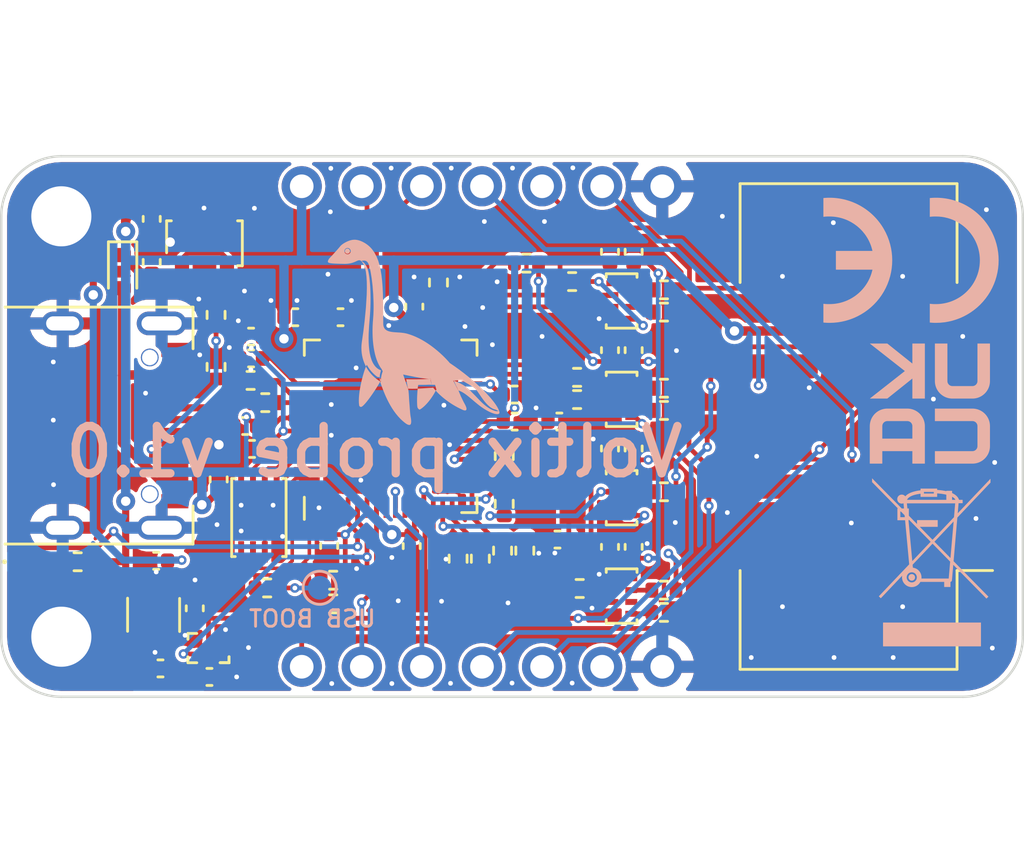
<source format=kicad_pcb>
(kicad_pcb (version 20240108) (generator "pcbnew") (generator_version "8.0")
  (layers (0 "F.Cu" signal) (1 "In1.Cu" signal) (2 "In2.Cu" signal) (31 "B.Cu" signal) (34 "B.Paste" user) (35 "F.Paste" user) (36 "B.SilkS" user "B.Silkscreen") (37 "F.SilkS" user "F.Silkscreen") (38 "B.Mask" user) (39 "F.Mask" user) (44 "Edge.Cuts" user))
  (net 0 "")
  (net 1 "GND")
  (net 2 "Net-(U1-XIN)")
  (net 3 "Net-(U1-VREG_VOUT)")
  (net 4 "Net-(U7-NR)")
  (net 5 "Net-(D1-A)")
  (net 6 "+3V3")
  (net 7 "/Controller/QSPI_SS")
  (net 8 "/Controller/QSPI_SD3")
  (net 9 "/Controller/QSPI_CLK")
  (net 10 "/Controller/QSPI_SD0")
  (net 11 "/Controller/QSPI_SD2")
  (net 12 "/Controller/QSPI_SD1")
  (net 13 "VBUS")
  (net 14 "/Connectors/TargetVcc")
  (net 15 "/Connectors/Target_SWD.CLK")
  (net 16 "/Connectors/Target_SBW.CLK")
  (net 17 "/Connectors/Target_SWD.IO")
  (net 18 "/Connectors/Target_UART_RX")
  (net 19 "/Controller/UartTx")
  (net 20 "/LevelShifter/TransEnableDec0")
  (net 21 "Net-(D2-A)")
  (net 22 "Net-(C2-Pad1)")
  (net 23 "/Connectors/Target_SBW.IO")
  (net 24 "/Connectors/Target_UART_TX")
  (net 25 "Net-(J1-CC1)")
  (net 26 "/Controller/LED0")
  (net 27 "/Controller/USB.D+")
  (net 28 "/Controller/USB.D-")
  (net 29 "/Controller/UsbBoot")
  (net 30 "/Controller/SwdOut.CLK")
  (net 31 "/Controller/SbwOut.CLK")
  (net 32 "/Controller/SwdOut.IO")
  (net 33 "/Controller/SbwOut.IO")
  (net 34 "/Controller/UartRx")
  (net 36 "Net-(J1-CC2)")
  (net 38 "Net-(U1-XOUT)")
  (net 39 "Net-(U1-USB_DP)")
  (net 40 "Net-(U1-USB_DM)")
  (net 41 "/LevelShifter/TransEnableDec1")
  (net 42 "/LevelShifter/TransEnableDec2")
  (net 43 "/Controller/TransEnable1")
  (net 44 "/Controller/TransEnable2")
  (net 45 "/Controller/TransEnable0")
  (net 46 "Net-(U3-DIR)")
  (net 47 "Net-(U4-1A)")
  (net 48 "Net-(U4-2A)")
  (net 49 "Net-(U3-1B)")
  (net 50 "Net-(U3-2B)")
  (net 51 "Net-(U4-1B)")
  (net 52 "/Controller/ProgDir")
  (net 53 "/Controller/Trans_UARTRX_Dir")
  (net 54 "Net-(U4-2B)")
  (net 55 "Net-(U5-1A)")
  (net 56 "Net-(U6-1A)")
  (net 57 "Net-(U6-DIR)")
  (net 58 "Net-(U5-1B)")
  (net 59 "Net-(U6-1B)")
  (net 63 "/Connectors/TargetPowerEnable")
  (net 81 "/Connectors/PiGpio0")
  (net 82 "/Connectors/PiGpio1")
  (net 83 "/Connectors/PiGpio2")
  (net 84 "/Connectors/PiGpio3")
  (net 85 "+2V1")
  (footprint "Capacitor_SMD:C_0402_1005Metric" (layer "F.Cu") (at 203.53 59 -90)
    (property "Reference" "C16" (hide yes))
    (property "Value" "0.1u" (hide yes))
  )
  (footprint "Capacitor_SMD:C_0402_1005Metric" (layer "F.Cu") (at 195.15 67.2875 -90)
    (property "Reference" "C10" (hide yes))
    (property "Value" "0.1u" (hide yes))
  )
  (footprint "Resistor_SMD:R_0402_1005Metric" (layer "F.Cu") (at 205.81 64.99)
    (property "Reference" "R23" (hide yes))
    (property "Value" "12R" (hide yes))
  )
  (footprint "Resistor_SMD:R_0402_1005Metric" (layer "F.Cu") (at 205.81 57.39)
    (property "Reference" "R13" (hide yes))
    (property "Value" "12R" (hide yes))
  )
  (footprint "Resistor_SMD:R_0402_1005Metric" (layer "F.Cu") (at 202.25 69.08)
    (property "Reference" "R21" (hide yes))
    (property "Value" "12R" (hide yes))
  )
  (footprint "Resistor_SMD:R_0402_1005Metric" (layer "F.Cu") (at 202.14 60.15)
    (property "Reference" "R10" (hide yes))
    (property "Value" "12R" (hide yes))
  )
  (footprint "Capacitor_SMD:C_0402_1005Metric" (layer "F.Cu") (at 186.99 64.4675 90)
    (property "Reference" "C14" (hide yes))
    (property "Value" "0.1u" (hide yes))
  )
  (footprint "Capacitor_SMD:C_0402_1005Metric" (layer "F.Cu") (at 184.16 53.45 -90)
    (property "Reference" "C26" (hide yes))
    (property "Value" "4.7u" (hide yes))
  )
  (footprint "Capacitor_SMD:C_0402_1005Metric" (layer "F.Cu") (at 192.14 57.6075)
    (property "Reference" "C12" (hide yes))
    (property "Value" "0.1u" (hide yes))
  )
  (footprint "Resistor_SMD:R_0402_1005Metric" (layer "F.Cu") (at 186.88 57.51 90)
    (property "Reference" "R25" (hide yes))
    (property "Value" "5.1k" (hide yes))
  )
  (footprint "Capacitor_SMD:C_0402_1005Metric" (layer "F.Cu") (at 188.36 58.43 180)
    (property "Reference" "C7" (hide yes))
    (property "Value" "4.7u" (hide yes))
  )
  (footprint "voltix:PinHeader_1x07_P2.54mm_Plain" (layer "F.Cu") (at 190.5 72.39 90)
    (property "Reference" "J2" (hide yes))
    (property "Value" "Conn_01x07" (hide yes))
  )
  (footprint "voltix:RALTRON_RH100" (layer "F.Cu") (at 201.15 64.55)
    (property "Reference" "Y1" (hide yes))
    (property "Value" "Crystal_GND24" (hide yes))
  )
  (footprint "voltix:NXP_SOT833-1" (layer "F.Cu") (at 204.03 56.92)
    (property "Reference" "U3" (hide yes))
    (property "Value" "74LVC2T45GT" (hide yes))
  )
  (footprint "Connector_IDC:IDC-Header_2x05_P2.54mm_Vertical_SMD" (layer "F.Cu") (at 213.614 62.23 180)
    (property "Reference" "J3" (hide yes))
    (property "Value" "Conn_02x05_Odd_Even" (hide yes))
  )
  (footprint "voltix:PinHeader_1x07_P2.54mm_Plain" (layer "F.Cu") (at 190.5 52.07 90)
    (property "Reference" "J4" (hide yes))
    (property "Value" "Conn_01x07" (hide yes))
  )
  (footprint "Resistor_SMD:R_0402_1005Metric" (layer "F.Cu") (at 198.99 67.48 -90)
    (property "Reference" "R16" (hide yes))
    (property "Value" "5.1k" (hide yes))
  )
  (footprint "Resistor_SMD:R_0402_1005Metric" (layer "F.Cu") (at 205.81 69.15)
    (property "Reference" "R24" (hide yes))
    (property "Value" "12R" (hide yes))
  )
  (footprint "voltix:NXP_SOT833-1" (layer "F.Cu") (at 204.03 61.08)
    (property "Reference" "U4" (hide yes))
    (property "Value" "74LVC2T45GT" (hide yes))
  )
  (footprint "Capacitor_SMD:C_0402_1005Metric" (layer "F.Cu") (at 201.31 67.01)
    (property "Reference" "C1" (hide yes))
    (property "Value" "12p" (hide yes))
  )
  (footprint "Resistor_SMD:R_0402_1005Metric" (layer "F.Cu") (at 198.05 67.82 -90)
    (property "Reference" "R19" (hide yes))
    (property "Value" "120R" (hide yes))
  )
  (footprint "Resistor_SMD:R_0402_1005Metric" (layer "F.Cu") (at 202.14 61.09)
    (property "Reference" "R11" (hide yes))
    (property "Value" "12R" (hide yes))
  )
  (footprint "Capacitor_SMD:C_0402_1005Metric" (layer "F.Cu") (at 201.39 62.02)
    (property "Reference" "C2" (hide yes))
    (property "Value" "12p" (hide yes))
  )
  (footprint "Resistor_SMD:R_0402_1005Metric" (layer "F.Cu") (at 181.03 67.95 180)
    (property "Reference" "R6" (hide yes))
    (property "Value" "120R" (hide yes))
  )
  (footprint "Resistor_SMD:R_0402_1005Metric" (layer "F.Cu") (at 191.83 69.73)
    (property "Reference" "R27" (hide yes))
    (property "Value" "5.1k" (hide yes))
  )
  (footprint "Capacitor_SMD:C_0402_1005Metric" (layer "F.Cu") (at 190.23 57.6075 180)
    (property "Reference" "C13" (hide yes))
    (property "Value" "0.1u" (hide yes))
  )
  (footprint "Resistor_SMD:R_0402_1005Metric" (layer "F.Cu") (at 186.88 59.71 90)
    (property "Reference" "R26" (hide yes))
    (property "Value" "5.1k" (hide yes))
  )
  (footprint "Resistor_SMD:R_0402_1005Metric" (layer "F.Cu") (at 188.34 60.28 180)
    (property "Reference" "R3" (hide yes))
    (property "Value" "27R" (hide yes))
  )
  (footprint "voltix:NXP_SOT833-1" (layer "F.Cu") (at 204.03 69.4)
    (property "Reference" "U6" (hide yes))
    (property "Value" "74LVC2T45GT" (hide yes))
  )
  (footprint "Capacitor_SMD:C_0402_1005Metric" (layer "F.Cu") (at 188.4 63.1775 180)
    (property "Reference" "C3" (hide yes))
    (property "Value" "0.1u" (hide yes))
  )
  (footprint "Resistor_SMD:R_0402_1005Metric" (layer "F.Cu") (at 197.11 67.82 -90)
    (property "Reference" "R17" (hide yes))
    (property "Value" "5.1k" (hide yes))
  )
  (footprint "voltix:KikitTab" (layer "F.Cu") (at 199.4 50.54 -90)
    (property "Reference" "REF**" (hide yes))
    (property "Value" "Tab")
  )
  (footprint "Resistor_SMD:R_0402_1005Metric" (layer "F.Cu") (at 199.93 67.48 -90)
    (property "Reference" "R18" (hide yes))
    (property "Value" "120R" (hide yes))
  )
  (footprint "LED_SMD:LED_0402_1005Metric" (layer "F.Cu") (at 179.03 67.95)
    (property "Reference" "D1" (hide yes))
    (property "Value" "LED" (hide yes))
  )
  (footprint "voltix:NXP_SOT833-1" (layer "F.Cu") (at 204.03 65.24)
    (property "Reference" "U5" (hide yes))
    (property "Value" "74LVC2T45GT" (hide yes))
  )
  (footprint "Capacitor_SMD:C_0402_1005Metric" (layer "F.Cu") (at 185.98 69.92 90)
    (property "Reference" "C27" (hide yes))
    (property "Value" "4.7u" (hide yes))
  )
  (footprint "Diode_SMD:D_SOD-523" (layer "F.Cu") (at 182.93 55.68 -90)
    (property "Reference" "D2" (hide yes))
    (property "Value" "D_Schottky" (hide yes))
  )
  (footprint "Resistor_SMD:R_0402_1005Metric" (layer "F.Cu") (at 191.83 68.73 180)
    (property "Reference" "R5" (hide yes))
    (property "Value" "DNP" (hide yes))
  )
  (footprint "Resistor_SMD:R_0402_1005Metric" (layer "F.Cu") (at 199.06 65.5 -90)
    (property "Reference" "R20" (hide yes))
    (property "Value" "12R" (hide yes))
  )
  (footprint "Capacitor_SMD:C_0402_1005Metric" (layer "F.Cu") (at 184.16 55.27 90)
    (property "Reference" "C24" (hide yes))
    (property "Value" "4.7u" (hide yes))
  )
  (footprint "Capacitor_SMD:C_0402_1005Metric" (layer "F.Cu") (at 204.53 59 90)
    (property "Reference" "C18" (hide yes))
    (property "Value" "0.1u" (hide yes))
  )
  (footprint "Capacitor_SMD:C_0402_1005Metric" (layer "F.Cu") (at 203.53 54.84 -90)
    (property "Reference" "C15" (hide yes))
    (property "Value" "0.1u" (hide yes))
  )
  (footprint "Resistor_SMD:R_0402_1005Metric" (layer "F.Cu") (at 196.28 56.14 90)
    (property "Reference" "R7" (hide yes))
    (property "Value" "5.1k" (hide yes))
  )
  (footprint "Capacitor_SMD:C_0402_1005Metric" (layer "F.Cu") (at 184.35 67.91 180)
    (property "Reference" "C23" (hide yes))
    (property "Value" "4.7u" (hide yes))
  )
  (footprint "Capacitor_SMD:C_0402_1005Metric" (layer "F.Cu") (at 188.11 62.2075 180)
    (property "Reference" "C6" (hide yes))
    (property "Value" "0.1u" (hide yes))
  )
  (footprint "voltix:AMPH_12402012E212A" (layer "F.Cu") (at 181.7075 62.19 -90)
    (property "Reference" "J1" (hide yes))
    (property "Value" "12402012E212A" (hide yes))
  )
  (footprint "Capacitor_SMD:C_0402_1005Metric" (layer "F.Cu") (at 203.53 67.32 -90)
    (property "Reference" "C20" (hide yes))
    (property "Value" "0.1u" (hide yes))
  )
  (footprint "Capacitor_SMD:C_0402_1005Metric" (layer "F.Cu") (at 199.5 60.8775)
    (property "Reference" "C4" (hide yes))
    (property "Value" "0.1u" (hide yes))
  )
  (footprint "Capacitor_SMD:C_0402_1005Metric" (layer "F.Cu") (at 195.26 57.16 90)
    (property "Reference" "C9" (hide yes))
    (property "Value" "0.1u" (hide yes))
  )
  (footprint "Resistor_SMD:R_0402_1005Metric" (layer "F.Cu") (at 205.81 56.45)
    (property "Reference" "R12" (hide yes))
    (property "Value" "12R" (hide yes))
  )
  (footprint "Resistor_SMD:R_0402_1005Metric" (layer "F.Cu") (at 205.81 60.61)
    (property "Reference" "R14" (hide yes))
    (property "Value" "12R" (hide yes))
  )
  (footprint "Resistor_SMD:R_0402_1005Metric" (layer "F.Cu") (at 199.06 63.48 90)
    (property "Reference" "R1" (hide yes))
    (property "Value" "1k" (hide yes))
  )
  (footprint "Capacitor_SMD:C_0402_1005Metric" (layer "F.Cu") (at 203.53 63.16 -90)
    (property "Reference" "C19" (hide yes))
    (property "Value" "0.1u" (hide yes))
  )
  (footprint "Resistor_SMD:R_0402_1005Metric" (layer "F.Cu") (at 200 55.32)
    (property "Reference" "R8" (hide yes))
    (property "Value" "120R" (hide yes))
  )
  (footprint "voltix:WB_UX8" (layer "F.Cu") (at 188.69 66.08 90)
    (property "Reference" "U2" (hide yes))
    (property "Value" "W25Q16JVUXIQ" (hide yes))
  )
  (footprint "voltix:TI_DBV0005A" (layer "F.Cu") (at 186.39 54.48 90)
    (property "Reference" "U8" (hide yes))
    (property "Value" "TLV73333PDBV" (hide yes))
  )
  (footprint "voltix:TI_YZP0005" (layer "F.Cu") (at 186.56 71.6 -90)
    (property "Reference" "U9" (hide yes))
    (property "Value" "TS5A3166YZP" (hide yes))
  )
  (footprint "voltix:RP_RP2040" (layer "F.Cu") (at 194.26 62.22 90)
    (property "Reference" "U1" (hide yes))
    (property "Value" "RP2040" (hide yes))
  )
  (footprint "Resistor_SMD:R_0402_1005Metric" (layer "F.Cu") (at 205.81 70.09 180)
    (property "Reference" "R22" (hide yes))
    (property "Value" "5.1k" (hide yes))
  )
  (footprint "Capacitor_SMD:C_0402_1005Metric" (layer "F.Cu") (at 204.53 67.32 90)
    (property "Reference" "C22" (hide yes))
    (property "Value" "0.1u" (hide yes))
  )
  (footprint "Capacitor_SMD:C_0402_1005Metric" (layer "F.Cu") (at 204.53 54.84 90)
    (property "Reference" "C17" (hide yes))
    (property "Value" "0.1u" (hide yes))
  )
  (footprint "Capacitor_SMD:C_0402_1005Metric" (layer "F.Cu") (at 188.36 59.35 180)
    (property "Reference" "C5" (hide yes))
    (property "Value" "4.7u" (hide yes))
  )
  (footprint "Resistor_SMD:R_0402_1005Metric" (layer "F.Cu") (at 205.81 61.55)
    (property "Reference" "R15" (hide yes))
    (property "Value" "12R" (hide yes))
  )
  (footprint "Resistor_SMD:R_0402_1005Metric" (layer "F.Cu") (at 188.96 61.22 180)
    (property "Reference" "R2" (hide yes))
    (property "Value" "27R" (hide yes))
  )
  (footprint "voltix:KikitTab" (layer "F.Cu") (at 199.4 73.92 90)
    (property "Reference" "REF**" (hide yes))
    (property "Value" "Tab")
  )
  (footprint "Resistor_SMD:R_0402_1005Metric" (layer "F.Cu") (at 189.04 69.0575 180)
    (property "Reference" "R4" (hide yes))
    (property "Value" "1k" (hide yes))
  )
  (footprint "Capacitor_SMD:C_0402_1005Metric" (layer "F.Cu") (at 184.53 72.46)
    (property "Reference" "C25" (hide yes))
    (property "Value" "DNP" (hide yes))
  )
  (footprint "Capacitor_SMD:C_0402_1005Metric" (layer "F.Cu") (at 191.66 67.28 -90)
    (property "Reference" "C8" (hide yes))
    (property "Value" "0.1u" (hide yes))
  )
  (footprint "voltix:TI_DCK0005A" (layer "F.Cu") (at 184.24 70.19 -90)
    (property "Reference" "U7" (hide yes))
    (property "Value" "TPS71721DCK" (hide yes))
  )
  (footprint "Capacitor_SMD:C_0402_1005Metric" (layer "F.Cu") (at 204.53 63.16 90)
    (property "Reference" "C21" (hide yes))
    (property "Value" "0.1u" (hide yes))
  )
  (footprint "Capacitor_SMD:C_0402_1005Metric" (layer "F.Cu") (at 199.5 62.02)
    (property "Reference" "C11" (hide yes))
    (property "Value" "0.1u" (hide yes))
  )
  (footprint "Capacitor_SMD:C_0402_1005Metric" (layer "F.Cu") (at 186.6 72.82)
    (property "Reference" "C28" (hide yes))
    (property "Value" "0.1u" (hide yes))
  )
  (footprint "Resistor_SMD:R_0402_1005Metric" (layer "F.Cu") (at 201.93 56.1 180)
    (property "Reference" "R9" (hide yes))
    (property "Value" "5.1k" (hide yes))
  )
  (footprint "TestPoint:TestPoint_Pad_D1.0mm" (layer "B.Cu") (at 191.26 69.05 90)
    (property "Reference" "TP1")
    (property "Value" "TestPoint" (hide yes))
  )
  (gr_poly (pts (xy 215.07074 71.527996) (xy 219.210221 71.527996) (xy 219.210221 70.52) (xy 215.07074 70.52)) (fill solid) (layer "B.SilkS"))
  (gr_poly (pts (xy 212.780746 52.554528) (xy 212.747623 52.555151) (xy 212.714513 52.556187) (xy 212.68142 52.557639) (xy 212.648347 52.559504) (xy 212.615299 52.561783) (xy 212.58228 52.564477) (xy 212.549294 52.567583) (xy 212.549294 53.361333) (xy 212.582236 53.357605) (xy 212.61523 53.354467) (xy 212.64827 53.35192) (xy 212.681348 53.349965) (xy 212.714456 53.348603) (xy 212.747585 53.347832) (xy 212.780728 53.347655) (xy 212.813877 53.348071) (xy 212.895083 53.349827) (xy 212.97552 53.355066) (xy 213.055105 53.36372) (xy 213.133757 53.375724) (xy 213.211393 53.391012) (xy 213.287931 53.409517) (xy 213.363288 53.431173) (xy 213.437383 53.455915) (xy 213.510134 53.483675) (xy 213.581457 53.514389) (xy 213.719494 53.584409) (xy 213.850836 53.665448) (xy 213.974825 53.756975) (xy 214.090803 53.858461) (xy 214.198113 53.969378) (xy 214.296096 54.089196) (xy 214.341385 54.152277) (xy 214.384095 54.217385) (xy 214.424145 54.284454) (xy 214.461452 54.353417) (xy 214.495934 54.424209) (xy 214.527509 54.496763) (xy 214.556094 54.571013) (xy 214.581607 54.646894) (xy 214.603967 54.724337) (xy 214.62309 54.803279) (xy 213.078461 54.803279) (xy 213.078461 55.597029) (xy 214.623091 55.597029) (xy 214.603967 55.675971) (xy 214.581608 55.753415) (xy 214.556094 55.829295) (xy 214.527509 55.903545) (xy 214.495934 55.976099) (xy 214.461452 56.046891) (xy 214.424145 56.115854) (xy 214.384096 56.182923) (xy 214.341385 56.248031) (xy 214.296096 56.311113) (xy 214.248312 56.372101) (xy 214.198113 56.43093) (xy 214.145583 56.487534) (xy 214.090803 56.541847) (xy 214.033856 56.593802) (xy 213.974825 56.643333) (xy 213.91379 56.690375) (xy 213.850836 56.73486) (xy 213.786043 56.776724) (xy 213.719494 56.815899) (xy 213.651271 56.85232) (xy 213.581457 56.88592) (xy 213.510134 56.916633) (xy 213.437384 56.944394) (xy 213.363288 56.969135) (xy 213.287931 56.990792) (xy 213.211393 57.009297) (xy 213.133757 57.024584) (xy 213.055105 57.036588) (xy 212.97552 57.045243) (xy 212.895083 57.050481) (xy 212.813877 57.052237) (xy 212.780728 57.052653) (xy 212.747585 57.052476) (xy 212.714456 57.051706) (xy 212.681348 57.050343) (xy 212.64827 57.048388) (xy 212.61523 57.045842) (xy 212.582236 57.042704) (xy 212.549294 57.038975) (xy 212.549294 57.832725) (xy 212.58228 57.835832) (xy 212.615299 57.838525) (xy 212.648347 57.840804) (xy 212.68142 57.84267) (xy 212.714513 57.844121) (xy 212.747623 57.845158) (xy 212.780746 57.84578) (xy 212.813877 57.845987) (xy 212.990193 57.840124) (xy 213.164343 57.82272) (xy 213.335847 57.794052) (xy 213.504222 57.754401) (xy 213.668986 57.704042) (xy 213.829657 57.643256) (xy 213.985754 57.57232) (xy 214.136794 57.491513) (xy 214.282295 57.401112) (xy 214.421776 57.301397) (xy 214.554754 57.192644) (xy 214.680747 57.075133) (xy 214.799274 56.949142) (xy 214.909853 56.814949) (xy 215.012 56.672833) (xy 215.105236 56.523071) (xy 215.188316 56.367445) (xy 215.260319 56.207924) (xy 215.321244 56.045064) (xy 215.371092 55.879421) (xy 215.409862 55.711552) (xy 215.437556 55.542014) (xy 215.454172 55.371362) (xy 215.45971 55.200154) (xy 215.454172 55.028946) (xy 215.437556 54.858294) (xy 215.409862 54.688756) (xy 215.371092 54.520887) (xy 215.321244 54.355244) (xy 215.260318 54.192383) (xy 215.188316 54.032862) (xy 215.105236 53.877237) (xy 215.059762 53.801418) (xy 215.012 53.727475) (xy 214.96201 53.655444) (xy 214.909852 53.585359) (xy 214.855587 53.517254) (xy 214.799274 53.451166) (xy 214.740974 53.387127) (xy 214.680747 53.325175) (xy 214.618653 53.265342) (xy 214.554753 53.207664) (xy 214.489107 53.152175) (xy 214.421775 53.098911) (xy 214.352818 53.047907) (xy 214.282295 52.999196) (xy 214.210267 52.952814) (xy 214.136794 52.908795) (xy 214.061936 52.867175) (xy 213.985754 52.827988) (xy 213.908307 52.791268) (xy 213.829657 52.757052) (xy 213.749863 52.725373) (xy 213.668986 52.696266) (xy 213.587085 52.669766) (xy 213.504222 52.645908) (xy 213.420455 52.624726) (xy 213.335847 52.606256) (xy 213.250456 52.590532) (xy 213.164343 52.577589) (xy 213.077569 52.567461) (xy 212.990192 52.560184) (xy 212.902275 52.555793) (xy 212.813877 52.554321)) (fill solid) (layer "B.SilkS"))
  (gr_poly (pts (xy 217.2625 62.000834) (xy 218.85 62.000834) (xy 218.860496 62.001094) (xy 218.870921 62.001869) (xy 218.881257 62.003153) (xy 218.891487 62.004938) (xy 218.901594 62.007217) (xy 218.91156 62.009983) (xy 218.921369 62.013228) (xy 218.931001 62.016946) (xy 218.940442 62.021129) (xy 218.949672 62.025769) (xy 218.958675 62.030861) (xy 218.967433 62.036396) (xy 218.975929 62.042368) (xy 218.984145 62.048769) (xy 218.992065 62.055591) (xy 218.999671 62.062829) (xy 219.006909 62.070435) (xy 219.013732 62.078355) (xy 219.020133 62.086571) (xy 219.026104 62.095068) (xy 219.031639 62.103826) (xy 219.036731 62.112829) (xy 219.041372 62.122059) (xy 219.045555 62.131499) (xy 219.049272 62.141132) (xy 219.052517 62.15094) (xy 219.055283 62.160907) (xy 219.057562 62.171014) (xy 219.059347 62.181244) (xy 219.060631 62.19158) (xy 219.061407 62.202005) (xy 219.061667 62.212501) (xy 219.061667 63.059167) (xy 219.061407 63.069663) (xy 219.060631 63.080088) (xy 219.059347 63.090424) (xy 219.057562 63.100654) (xy 219.055283 63.110761) (xy 219.052517 63.120727) (xy 219.049272 63.130535) (xy 219.045555 63.140168) (xy 219.041372 63.149609) (xy 219.036731 63.158839) (xy 219.031639 63.167842) (xy 219.026104 63.1766) (xy 219.020133 63.185096) (xy 219.013732 63.193313) (xy 219.006909 63.201232) (xy 218.999671 63.208838) (xy 218.992065 63.216076) (xy 218.984145 63.222899) (xy 218.975929 63.2293) (xy 218.967433 63.235272) (xy 218.958675 63.240807) (xy 218.949672 63.245898) (xy 218.940442 63.250539) (xy 218.931001 63.254722) (xy 218.921369 63.258439) (xy 218.91156 63.261685) (xy 218.901594 63.26445) (xy 218.891487 63.266729) (xy 218.881257 63.268514) (xy 218.870921 63.269798) (xy 218.860496 63.270574) (xy 218.85 63.270834) (xy 217.2625 63.270834) (xy 217.2625 63.8) (xy 218.85 63.8) (xy 218.886736 63.79909) (xy 218.923222 63.796375) (xy 218.959399 63.791881) (xy 218.995204 63.785634) (xy 219.030579 63.777658) (xy 219.06546 63.767978) (xy 219.099789 63.75662) (xy 219.133505 63.743608) (xy 219.166546 63.728968) (xy 219.198851 63.712726) (xy 219.230361 63.694905) (xy 219.261015 63.675532) (xy 219.290751 63.654631) (xy 219.319509 63.632228) (xy 219.347228 63.608348) (xy 219.373848 63.583015) (xy 219.399181 63.556395) (xy 219.423061 63.528676) (xy 219.445464 63.499918) (xy 219.466365 63.470182) (xy 219.485738 63.439528) (xy 219.503558 63.408019) (xy 219.519801 63.375713) (xy 219.534441 63.342672) (xy 219.547452 63.308957) (xy 219.558811 63.274628) (xy 219.568491 63.239746) (xy 219.576467 63.204372) (xy 219.582715 63.168566) (xy 219.587208 63.132389) (xy 219.589923 63.095903) (xy 219.590833 63.059167) (xy 219.590833 62.212501) (xy 219.589923 62.175765) (xy 219.587208 62.139278) (xy 219.582715 62.103102) (xy 219.576467 62.067296) (xy 219.568491 62.031922) (xy 219.558811 61.99704) (xy 219.547452 61.962711) (xy 219.534441 61.928996) (xy 219.519801 61.895955) (xy 219.503558 61.863649) (xy 219.485738 61.832139) (xy 219.466365 61.801486) (xy 219.445464 61.77175) (xy 219.423061 61.742991) (xy 219.399181 61.715272) (xy 219.373848 61.688652) (xy 219.347228 61.66332) (xy 219.319509 61.639439) (xy 219.290751 61.617036) (xy 219.261015 61.596136) (xy 219.230361 61.576762) (xy 219.198851 61.558942) (xy 219.166546 61.542699) (xy 219.133505 61.52806) (xy 219.099789 61.515048) (xy 219.06546 61.50369) (xy 219.030579 61.49401) (xy 218.995204 61.486034) (xy 218.959399 61.479786) (xy 218.923222 61.475292) (xy 218.886736 61.472578) (xy 218.85 61.471667) (xy 217.2625 61.471667)) (fill solid) (layer "B.SilkS"))
  (gr_poly (pts (xy 214.607158 64.582389) (xy 215.700211 65.695778) (xy 215.677458 65.695778) (xy 215.677458 66.19396) (xy 216.002868 66.19396) (xy 216.176627 68.058335) (xy 214.891289 69.412016) (xy 214.976561 69.492943) (xy 215.879305 68.540658) (xy 215.877987 68.549053) (xy 215.876838 68.557504) (xy 215.875861 68.566008) (xy 215.875057 68.574564) (xy 215.874428 68.58317) (xy 215.873977 68.591825) (xy 215.873705 68.600527) (xy 215.873613 68.609274) (xy 215.874149 68.63045) (xy 215.875738 68.651349) (xy 215.878355 68.671944) (xy 215.881974 68.692209) (xy 215.886569 68.712118) (xy 215.892114 68.731646) (xy 215.898583 68.750767) (xy 215.905952 68.769454) (xy 215.914192 68.787682) (xy 215.92328 68.805426) (xy 215.933188 68.822658) (xy 215.943892 68.839354) (xy 215.955365 68.855488) (xy 215.967581 68.871033) (xy 215.980515 68.885964) (xy 215.99414 68.900255) (xy 216.008432 68.91388) (xy 216.023363 68.926814) (xy 216.038908 68.939029) (xy 216.055042 68.950502) (xy 216.071738 68.961205) (xy 216.088971 68.971113) (xy 216.106714 68.980201) (xy 216.124942 68.988441) (xy 216.143629 68.995809) (xy 216.162749 69.002278) (xy 216.182277 69.007823) (xy 216.202185 69.012418) (xy 216.22245 69.016036) (xy 216.243044 69.018653) (xy 216.263942 69.020242) (xy 216.285118 69.020777) (xy 216.314454 69.019748) (xy 216.343235 69.016706) (xy 216.371391 69.01172) (xy 216.398853 69.00486) (xy 216.425551 68.996195) (xy 216.451418 68.985794) (xy 216.476382 68.973726) (xy 216.500375 68.960061) (xy 216.523328 68.944869) (xy 216.545171 68.928217) (xy 216.565835 68.910175) (xy 216.585251 68.890814) (xy 216.603349 68.870201) (xy 216.62006 68.848406) (xy 216.635315 68.825499) (xy 216.649044 68.801548) (xy 217.65536 68.801548) (xy 217.65536 69.016515) (xy 217.920119 69.016515) (xy 217.920119 68.801) (xy 217.923022 68.800518) (xy 217.925912 68.799894) (xy 217.928785 68.799131) (xy 217.931636 68.798234) (xy 217.934462 68.797207) (xy 217.937256 68.796055) (xy 217.940014 68.794781) (xy 217.942732 68.793391) (xy 217.948028 68.790277) (xy 217.953105 68.786748) (xy 217.957925 68.782838) (xy 217.962451 68.778582) (xy 217.966644 68.774015) (xy 217.970468 68.769171) (xy 217.973884 68.764085) (xy 217.975427 68.761462) (xy 217.976854 68.758792) (xy 217.97816 68.756079) (xy 217.97934 68.753327) (xy 217.98039 68.75054) (xy 217.981305 68.747723) (xy 217.98208 68.744881) (xy 217.982711 68.742017) (xy 217.983193 68.739136) (xy 217.98352 68.736242) (xy 218.040051 68.079172) (xy 219.442619 69.507838) (xy 219.526463 69.425447) (xy 218.071518 67.944869) (xy 217.908213 67.944869) (xy 217.846813 68.658684) (xy 216.693716 68.658684) (xy 216.694396 68.652594) (xy 216.694987 68.646478) (xy 216.69549 68.640337) (xy 216.695904 68.634171) (xy 216.696227 68.627981) (xy 216.696459 68.621767) (xy 216.696598 68.615531) (xy 216.696645 68.609274) (xy 216.499144 68.609274) (xy 216.498866 68.620286) (xy 216.49804 68.631155) (xy 216.496679 68.641865) (xy 216.494797 68.652404) (xy 216.492407 68.662758) (xy 216.489523 68.672914) (xy 216.486159 68.682858) (xy 216.482327 68.692576) (xy 216.478042 68.702056) (xy 216.473316 68.711284) (xy 216.468163 68.720246) (xy 216.462596 68.72893) (xy 216.45663 68.73732) (xy 216.450276 68.745405) (xy 216.44355 68.753171) (xy 216.436464 68.760603) (xy 216.429031 68.76769) (xy 216.421266 68.774417) (xy 216.413181 68.78077) (xy 216.404791 68.786737) (xy 216.396108 68.792304) (xy 216.387145 68.797457) (xy 216.377917 68.802183) (xy 216.368437 68.806469) (xy 216.358718 68.810302) (xy 216.348774 68.813666) (xy 216.338618 68.81655) (xy 216.328263 68.81894) (xy 216.317724 68.820822) (xy 216.307013 68.822183) (xy 216.296143 68.82301) (xy 216.285129 68.823288) (xy 216.274117 68.82301) (xy 216.263248 68.822183) (xy 216.252538 68.820822) (xy 216.241999 68.81894) (xy 216.231645 68.81655) (xy 216.221489 68.813666) (xy 216.211545 68.810302) (xy 216.201827 68.806469) (xy 216.192347 68.802183) (xy 216.183119 68.797457) (xy 216.174157 68.792304) (xy 216.165473 68.786737) (xy 216.157083 68.78077) (xy 216.148998 68.774417) (xy 216.141232 68.76769) (xy 216.1338 68.760603) (xy 216.126713 68.753171) (xy 216.119986 68.745405) (xy 216.113633 68.73732) (xy 216.107666 68.72893) (xy 216.102099 68.720246) (xy 216.096946 68.711284) (xy 216.092219 68.702056) (xy 216.087934 68.692576) (xy 216.084101 68.682858) (xy 216.080737 68.672914) (xy 216.077853 68.662758) (xy 216.075463 68.652404) (xy 216.073581 68.641865) (xy 216.07222 68.631155) (xy 216.071393 68.620286) (xy 216.071115 68.609274) (xy 216.071393 68.59826) (xy 216.07222 68.58739) (xy 216.073581 68.576679) (xy 216.075463 68.56614) (xy 216.077853 68.555785) (xy 216.080737 68.545629) (xy 216.084101 68.535685) (xy 216.087934 68.525966) (xy 216.092219 68.516486) (xy 216.096946 68.507258) (xy 216.102099 68.498295) (xy 216.107666 68.489612) (xy 216.113633 68.481221) (xy 216.119986 68.473137) (xy 216.126713 68.465371) (xy 216.1338 68.457939) (xy 216.141232 68.450853) (xy 216.148998 68.444127) (xy 216.157083 68.437773) (xy 216.165473 68.431807) (xy 216.174157 68.42624) (xy 216.183119 68.421087) (xy 216.192347 68.416361) (xy 216.201827 68.412076) (xy 216.211545 68.408244) (xy 216.221489 68.40488) (xy 216.231645 68.401996) (xy 216.241999 68.399606) (xy 216.252538 68.397724) (xy 216.263248 68.396363) (xy 216.274117 68.395537) (xy 216.285129 68.395259) (xy 216.296143 68.395537) (xy 216.307012 68.396363) (xy 216.317724 68.397724) (xy 216.328263 68.399606) (xy 216.338618 68.401996) (xy 216.348774 68.40488) (xy 216.358718 68.408244) (xy 216.368437 68.412076) (xy 216.377917 68.416361) (xy 216.387145 68.421087) (xy 216.396107 68.42624) (xy 216.404791 68.431807) (xy 216.413181 68.437773) (xy 216.421266 68.444127) (xy 216.429031 68.450853) (xy 216.436464 68.457939) (xy 216.44355 68.465371) (xy 216.450276 68.473137) (xy 216.45663 68.481221) (xy 216.462596 68.489612) (xy 216.468163 68.498295) (xy 216.473316 68.507258) (xy 216.478042 68.516486) (xy 216.482327 68.525966) (xy 216.486159 68.535685) (xy 216.489523 68.545629) (xy 216.492407 68.555785) (xy 216.494797 68.56614) (xy 216.496679 68.576679) (xy 216.49804 68.58739) (xy 216.498866 68.59826) (xy 216.499144 68.609274) (xy 216.696645 68.609274) (xy 216.696183 68.589609) (xy 216.694813 68.570182) (xy 216.692553 68.551013) (xy 216.689425 68.532124) (xy 216.685451 68.513535) (xy 216.680649 68.495266) (xy 216.675042 68.477339) (xy 216.668649 68.459773) (xy 216.661491 68.442591) (xy 216.65359 68.425811) (xy 216.644965 68.409456) (xy 216.635638 68.393545) (xy 216.625629 68.3781) (xy 216.614959 68.363141) (xy 216.603648 68.348688) (xy 216.591717 68.334763) (xy 216.579187 68.321386) (xy 216.566078 68.308577) (xy 216.552411 68.296358) (xy 216.538208 68.28475) (xy 216.523487 68.273771) (xy 216.508271 68.263445) (xy 216.49258 68.25379) (xy 216.476434 68.244828) (xy 216.459854 68.23658) (xy 216.442861 68.229066) (xy 216.425476 68.222307) (xy 216.407719 68.216323) (xy 216.389611 68.211135) (xy 216.371172 68.206764) (xy 216.352423 68.203231) (xy 216.333385 68.200556) (xy 216.321598 68.074099) (xy 217.163358 67.186155) (xy 217.908213 67.944869) (xy 218.071518 67.944869) (xy 218.053208 67.926236) (xy 218.197714 66.246311) (xy 218.054315 66.246311) (xy 217.921346 67.792052) (xy 217.245261 67.10405) (xy 217.082753 67.10405) (xy 216.30731 67.920723) (xy 216.146386 66.19396) (xy 216.162257 66.19396) (xy 216.162257 66.166409) (xy 217.082753 67.10405) (xy 217.245261 67.10405) (xy 217.24319 67.101942) (xy 218.054315 66.246311) (xy 218.197714 66.246311) (xy 218.212025 66.079945) (xy 219.613581 64.601487) (xy 219.613581 64.438669) (xy 218.227658 65.89828) (xy 218.263665 65.479692) (xy 218.120263 65.479692) (xy 218.069972 66.064348) (xy 217.16262 67.019944) (xy 216.625922 66.473804) (xy 217.382588 66.473804) (xy 217.382588 66.188054) (xy 216.507467 66.188054) (xy 216.507467 66.353254) (xy 216.224679 66.065491) (xy 215.990914 66.065491) (xy 215.802497 66.065491) (xy 215.802497 65.824271) (xy 215.826346 65.824271) (xy 215.98333 65.984171) (xy 215.990914 66.065491) (xy 216.224679 66.065491) (xy 216.162257 66.001972) (xy 216.162257 65.695802) (xy 216.099963 65.695802) (xy 216.07983 65.479692) (xy 218.120263 65.479692) (xy 218.263665 65.479692) (xy 218.264174 65.473775) (xy 218.436291 65.473775) (xy 218.436291 65.3309) (xy 218.284856 65.3309) (xy 217.745693 65.3309) (xy 216.085438 65.3309) (xy 216.092091 65.316725) (xy 216.099813 65.303022) (xy 216.108567 65.289783) (xy 216.118321 65.276999) (xy 216.129039 65.264663) (xy 216.140686 65.252767) (xy 216.153228 65.241303) (xy 216.16663 65.230265) (xy 216.180857 65.219643) (xy 216.195876 65.20943) (xy 216.211651 65.199619) (xy 216.228147 65.190201) (xy 216.263167 65.172515) (xy 216.300658 65.156311) (xy 216.340343 65.141525) (xy 216.381946 65.128097) (xy 216.425188 65.115963) (xy 216.469794 65.105063) (xy 216.515485 65.095333) (xy 216.561986 65.086711) (xy 216.609019 65.079136) (xy 216.656295 65.072547) (xy 216.656295 65.205896) (xy 217.358752 65.205896) (xy 217.358752 65.063021) (xy 217.2159 65.063021) (xy 216.799194 65.063021) (xy 216.799194 64.997513) (xy 217.2159 64.997513) (xy 217.2159 65.063021) (xy 217.358752 65.063021) (xy 217.358752 65.05752) (xy 217.40597 65.061378) (xy 217.454106 65.066016) (xy 217.502864 65.071495) (xy 217.55195 65.077874) (xy 217.60107 65.085213) (xy 217.64993 65.093571) (xy 217.698236 65.10301) (xy 217.745693 65.113587) (xy 217.745693 65.3309) (xy 218.284856 65.3309) (xy 218.284852 65.330888) (xy 218.132098 65.330888) (xy 217.989842 65.330888) (xy 217.989842 65.200883) (xy 218.001761 65.207542) (xy 218.013331 65.214385) (xy 218.02454 65.221415) (xy 218.035378 65.228634) (xy 218.045832 65.236044) (xy 218.05589 65.243648) (xy 218.06554 65.251448) (xy 218.074771 65.259447) (xy 218.083571 65.267647) (xy 218.091927 65.276051) (xy 218.099829 65.284661) (xy 218.107264 65.29348) (xy 218.11422 65.302509) (xy 218.120686 65.311752) (xy 218.126649 65.321211) (xy 218.132098 65.330888) (xy 218.284852 65.330888) (xy 218.283838 65.327827) (xy 218.282738 65.324631) (xy 218.281553 65.321313) (xy 218.28028 65.317877) (xy 218.278918 65.314326) (xy 218.277462 65.310664) (xy 218.27591 65.306892) (xy 218.274259 65.303015) (xy 218.264196 65.28158) (xy 218.252916 65.260909) (xy 218.24046 65.240989) (xy 218.226867 65.221806) (xy 218.212178 65.203347) (xy 218.196434 65.185599) (xy 218.179675 65.168548) (xy 218.161941 65.152181) (xy 218.143273 65.136484) (xy 218.123711 65.121444) (xy 218.103296 65.107047) (xy 218.082068 65.09328) (xy 218.060066 65.08013) (xy 218.037333 65.067583) (xy 218.013908 65.055626) (xy 217.989831 65.044245) (xy 217.989831 64.949816) (xy 217.745693 64.949816) (xy 217.745693 64.964425) (xy 217.697686 64.954078) (xy 217.649189 64.944917) (xy 217.600395 64.936877) (xy 217.551499 64.929893) (xy 217.528455 64.927063) (xy 216.656307 64.927063) (xy 216.656307 65.072546) (xy 216.656295 65.072547) (xy 216.656295 64.927065) (xy 216.656307 64.927063) (xy 217.528455 64.927063) (xy 217.502693 64.9239) (xy 217.454171 64.918835) (xy 217.406126 64.914633) (xy 217.358752 64.911228) (xy 217.358752 64.85465) (xy 216.656295 64.85465) (xy 216.656295 64.927065) (xy 216.561253 64.940769) (xy 216.513979 64.949165) (xy 216.46714 64.958673) (xy 216.420937 64.969355) (xy 216.375569 64.981275) (xy 216.331238 64.994495) (xy 216.288143 65.009078) (xy 216.246485 65.025086) (xy 216.206464 65.042582) (xy 216.16828 65.061628) (xy 216.132134 65.082288) (xy 216.098225 65.104623) (xy 216.066754 65.128696) (xy 216.037922 65.154571) (xy 216.011929 65.18231) (xy 216.005167 65.174174) (xy 215.997971 65.166429) (xy 215.990359 65.159093) (xy 215.98235 65.152184) (xy 215.973963 65.145722) (xy 215.965216 65.139724) (xy 215.956128 65.13421) (xy 215.946717 65.129197) (xy 215.937001 65.124705) (xy 215.927 65.120751) (xy 215.916731 65.117355) (xy 215.906214 65.114535) (xy 215.895467 65.112309) (xy 215.884508 65.110696) (xy 215.873356 65.109715) (xy 215.862029 65.109384) (xy 215.852225 65.109632) (xy 215.842551 65.110367) (xy 215.833017 65.111579) (xy 215.823635 65.113254) (xy 215.814418 65.115381) (xy 215.805378 65.117948) (xy 215.796527 65.120943) (xy 215.787876 65.124353) (xy 215.779437 65.128168) (xy 215.771223 65.132375) (xy 215.763245 65.136962) (xy 215.755516 65.141917) (xy 215.748047 65.147228) (xy 215.740851 65.152883) (xy 215.733939 65.15887) (xy 215.727323 65.165178) (xy 215.721015 65.171794) (xy 215.715028 65.178706) (xy 215.709373 65.185902) (xy 215.704062 65.193371) (xy 215.699107 65.2011) (xy 215.69452 65.209078) (xy 215.690313 65.217292) (xy 215.686499 65.22573) (xy 215.683088 65.234381) (xy 215.680093 65.243233) (xy 215.677526 65.252273) (xy 215.675399 65.26149) (xy 215.673724 65.270871) (xy 215.672512 65.280405) (xy 215.671777 65.29008) (xy 215.671529 65.299884) (xy 215.671777 65.309686) (xy 215.672512 65.31936) (xy 215.673724 65.328893) (xy 215.675399 65.338274) (xy 215.677526 65.34749) (xy 215.680093 65.35653) (xy 215.683088 65.365381) (xy 215.686499 65.374032) (xy 215.690313 65.38247) (xy 215.69452 65.390684) (xy 215.699107 65.398662) (xy 215.704062 65.406391) (xy 215.709373 65.41386) (xy 215.715028 65.421057) (xy 215.721015 65.427969) (xy 215.727323 65.434585) (xy 215.733939 65.440893) (xy 215.740851 65.446881) (xy 215.748047 65.452536) (xy 215.755516 65.457848) (xy 215.763245 65.462803) (xy 215.771223 65.46739) (xy 215.779437 65.471597) (xy 215.787876 65.475412) (xy 215.796527 65.478823) (xy 215.805378 65.481819) (xy 215.814418 65.484386) (xy 215.823635 65.486513) (xy 215.833017 65.488189) (xy 215.842551 65.4894) (xy 215.852225 65.490136) (xy 215.862029 65.490384) (xy 215.866926 65.490322) (xy 215.871792 65.490138) (xy 215.876627 65.489833) (xy 215.881428 65.489408) (xy 215.886195 65.488865) (xy 215.890926 65.488206) (xy 215.895618 65.487432) (xy 215.900272 65.486544) (xy 215.904885 65.485544) (xy 215.909455 65.484433) (xy 215.913982 65.483213) (xy 215.918463 65.481885) (xy 215.922898 65.480451) (xy 215.927285 65.478912) (xy 215.931621 65.477269) (xy 215.935907 65.475525) (xy 215.956446 65.69579) (xy 215.861362 65.69579) (xy 214.607158 64.419488)) (fill solid) (layer "B.SilkS"))
  (gr_poly (pts (xy 215.214931 61.472578) (xy 215.178445 61.475292) (xy 215.142268 61.479786) (xy 215.106462 61.486034) (xy 215.071088 61.49401) (xy 215.036206 61.50369) (xy 215.001877 61.515048) (xy 214.968162 61.52806) (xy 214.935121 61.542699) (xy 214.902815 61.558942) (xy 214.871306 61.576763) (xy 214.840652 61.596136) (xy 214.810916 61.617037) (xy 214.782158 61.63944) (xy 214.754439 61.66332) (xy 214.727819 61.688652) (xy 214.702486 61.715272) (xy 214.678606 61.742992) (xy 214.656203 61.77175) (xy 214.635302 61.801486) (xy 214.615929 61.832139) (xy 214.598108 61.863649) (xy 214.581866 61.895955) (xy 214.567226 61.928996) (xy 214.554214 61.962711) (xy 214.542856 61.99704) (xy 214.533176 62.031922) (xy 214.5252 62.067296) (xy 214.518953 62.103102) (xy 214.514459 62.139278) (xy 214.511744 62.175765) (xy 214.510834 62.212501) (xy 214.510834 63.8) (xy 215.04 63.8) (xy 215.04 63.270834) (xy 216.31 63.270834) (xy 216.31 63.8) (xy 216.839167 63.8) (xy 216.839167 62.741667) (xy 216.31 62.741667) (xy 215.04 62.741667) (xy 215.04 62.212501) (xy 215.04026 62.202005) (xy 215.041036 62.19158) (xy 215.04232 62.181244) (xy 215.044105 62.171014) (xy 215.046384 62.160907) (xy 215.049149 62.15094) (xy 215.052395 62.141132) (xy 215.056112 62.131499) (xy 215.060295 62.122059) (xy 215.064936 62.112829) (xy 215.070027 62.103826) (xy 215.075562 62.095068) (xy 215.081534 62.086571) (xy 215.087935 62.078355) (xy 215.094758 62.070435) (xy 215.101996 62.062829) (xy 215.109602 62.055591) (xy 215.117521 62.048769) (xy 215.125738 62.042368) (xy 215.134234 62.036396) (xy 215.142992 62.030861) (xy 215.151995 62.025769) (xy 215.161225 62.021129) (xy 215.170666 62.016946) (xy 215.180299 62.013228) (xy 215.190107 62.009983) (xy 215.200073 62.007217) (xy 215.21018 62.004938) (xy 215.22041 62.003153) (xy 215.230746 62.001869) (xy 215.241171 62.001094) (xy 215.251667 62.000834) (xy 216.098333 62.000834) (xy 216.108829 62.001094) (xy 216.119254 62.001869) (xy 216.12959 62.003153) (xy 216.13982 62.004938) (xy 216.149927 62.007217) (xy 216.159894 62.009983) (xy 216.169702 62.013228) (xy 216.179335 62.016946) (xy 216.188775 62.021129) (xy 216.198005 62.025769) (xy 216.207008 62.030861) (xy 216.215766 62.036396) (xy 216.224263 62.042368) (xy 216.232479 62.048769) (xy 216.240399 62.055591) (xy 216.248005 62.062829) (xy 216.255243 62.070435) (xy 216.262065 62.078355) (xy 216.268466 62.086571) (xy 216.274438 62.095068) (xy 216.279973 62.103826) (xy 216.285065 62.112829) (xy 216.289705 62.122059) (xy 216.293888 62.131499) (xy 216.297606 62.141132) (xy 216.300851 62.15094) (xy 216.303617 62.160907) (xy 216.305896 62.171014) (xy 216.307681 62.181244) (xy 216.308965 62.19158) (xy 216.30974 62.202005) (xy 216.31 62.212501) (xy 216.31 62.741667) (xy 216.839167 62.741667) (xy 216.839167 62.212501) (xy 216.838256 62.175765) (xy 216.835542 62.139278) (xy 216.831048 62.103102) (xy 216.8248 62.067296) (xy 216.816824 62.031922) (xy 216.807144 61.99704) (xy 216.795786 61.962711) (xy 216.782774 61.928996) (xy 216.768135 61.895955) (xy 216.751892 61.863649) (xy 216.734071 61.832139) (xy 216.714698 61.801486) (xy 216.693797 61.77175) (xy 216.671394 61.742991) (xy 216.647514 61.715272) (xy 216.622182 61.688652) (xy 216.595562 61.66332) (xy 216.567842 61.639439) (xy 216.539084 61.617036) (xy 216.509348 61.596136) (xy 216.478695 61.576762) (xy 216.447185 61.558942) (xy 216.414879 61.542699) (xy 216.381838 61.52806) (xy 216.348123 61.515048) (xy 216.313794 61.50369) (xy 216.278912 61.49401) (xy 216.243538 61.486034) (xy 216.207732 61.479786) (xy 216.171556 61.475292) (xy 216.135069 61.472578) (xy 216.098333 61.471667) (xy 215.251667 61.471667)) (fill solid) (layer "B.SilkS"))
  (gr_poly (pts (xy 192.765841 54.330988) (xy 192.80885 54.334793) (xy 192.852123 54.341621) (xy 192.895822 54.351464) (xy 192.94011 54.364314) (xy 192.98515 54.380165) (xy 193.031104 54.399007) (xy 193.078136 54.420834) (xy 193.156739 54.462829) (xy 193.230432 54.509401) (xy 193.299373 54.56049) (xy 193.363721 54.616037) (xy 193.423635 54.675982) (xy 193.479274 54.740268) (xy 193.578364 54.881622) (xy 193.662261 55.039627) (xy 193.732236 55.213809) (xy 193.78956 55.403695) (xy 193.835506 55.608813) (xy 193.871344 55.82869) (xy 193.898345 56.062853) (xy 193.91778 56.310828) (xy 193.930921 56.572144) (xy 193.943406 57.132906) (xy 193.945969 57.741355) (xy 193.945969 57.873646) (xy 193.946806 57.904468) (xy 193.949282 57.933473) (xy 193.953347 57.960719) (xy 193.958951 57.986265) (xy 193.966042 58.010169) (xy 193.974572 58.032491) (xy 193.98449 58.053289) (xy 193.995744 58.072621) (xy 194.008285 58.090547) (xy 194.022063 58.107124) (xy 194.037027 58.122411) (xy 194.053126 58.136468) (xy 194.07031 58.149352) (xy 194.088529 58.161122) (xy 194.107733 58.171837) (xy 194.127871 58.181555) (xy 194.170746 58.198237) (xy 194.216754 58.211636) (xy 194.26549 58.222221) (xy 194.316552 58.230462) (xy 194.369535 58.236826) (xy 194.424039 58.241784) (xy 194.535991 58.249355) (xy 194.641948 58.256176) (xy 194.695283 58.260656) (xy 194.748649 58.266222) (xy 194.801891 58.273152) (xy 194.854855 58.281725) (xy 194.907384 58.29222) (xy 194.933437 58.298276) (xy 194.959324 58.304917) (xy 195.053845 58.333573) (xy 195.146844 58.365768) (xy 195.238226 58.401212) (xy 195.327895 58.439617) (xy 195.415757 58.480692) (xy 195.501715 58.524148) (xy 195.585674 58.569695) (xy 195.667539 58.617043) (xy 195.747214 58.665902) (xy 195.824604 58.715984) (xy 195.899613 58.766997) (xy 195.972146 58.818653) (xy 196.109401 58.922733) (xy 196.235608 59.025907) (xy 196.35 59.125855) (xy 196.451817 59.220262) (xy 196.540292 59.306808) (xy 196.614664 59.383177) (xy 196.718043 59.496111) (xy 196.755845 59.540521) (xy 196.756085 59.540769) (xy 196.756311 59.541017) (xy 196.756523 59.541263) (xy 196.756723 59.541508) (xy 196.756911 59.541751) (xy 196.757089 59.541992) (xy 196.757416 59.542464) (xy 196.75849 59.544159) (xy 196.758615 59.544341) (xy 196.75874 59.544515) (xy 196.758867 59.54468) (xy 196.758997 59.544836) (xy 196.759131 59.544982) (xy 196.759269 59.545118) (xy 196.759414 59.545244) (xy 196.759565 59.545358) (xy 196.759724 59.545461) (xy 196.759892 59.545551) (xy 196.76007 59.545629) (xy 196.760258 59.545694) (xy 196.760458 59.545745) (xy 196.76067 59.545782) (xy 196.760896 59.545805) (xy 196.761136 59.545813) (xy 196.975438 59.69266) (xy 197.180501 59.840896) (xy 197.375889 59.989611) (xy 197.56117 60.137901) (xy 197.735909 60.284857) (xy 197.899671 60.429573) (xy 198.052024 60.571142) (xy 198.192532 60.708656) (xy 198.320762 60.84121) (xy 198.436279 60.967896) (xy 198.53865 61.087808) (xy 198.627441 61.200037) (xy 198.702216 61.303678) (xy 198.762543 61.397824) (xy 198.807988 61.481567) (xy 198.838115 61.554) (xy 198.83247 61.558773) (xy 198.826441 61.563157) (xy 198.820017 61.567139) (xy 198.818572 61.567893) (xy 198.819489 61.567995) (xy 198.823669 61.568102) (xy 198.82761 61.567797) (xy 198.831301 61.567055) (xy 198.83473 61.565848) (xy 198.837888 61.564151) (xy 198.840762 61.561937) (xy 198.844591 61.574587) (xy 198.848079 61.586742) (xy 198.851133 61.5984) (xy 198.852468 61.604043) (xy 198.85366 61.609562) (xy 198.854697 61.614957) (xy 198.855567 61.620228) (xy 198.856259 61.625375) (xy 198.856761 61.630398) (xy 198.857061 61.635297) (xy 198.857148 61.640072) (xy 198.857011 61.644723) (xy 198.856637 61.649249) (xy 198.856358 61.651917) (xy 198.85602 61.654463) (xy 198.855627 61.656892) (xy 198.855179 61.659208) (xy 198.854682 61.661413) (xy 198.854137 61.66351) (xy 198.853547 61.665505) (xy 198.852916 61.667398) (xy 198.852246 61.669195) (xy 198.85154 61.670899) (xy 198.850801 61.672512) (xy 198.850032 61.674039) (xy 198.849236 61.675482) (xy 198.848416 61.676845) (xy 198.847574 61.678132) (xy 198.846715 61.679346) (xy 198.845839 61.68049) (xy 198.844951 61.681567) (xy 198.844053 61.682582) (xy 198.843149 61.683537) (xy 198.841331 61.685281) (xy 198.839521 61.686829) (xy 198.837742 61.688205) (xy 198.836018 61.689438) (xy 198.832824 61.691583) (xy 198.829291 61.693505) (xy 198.825641 61.695303) (xy 198.821883 61.696978) (xy 198.818024 61.698528) (xy 198.814072 61.699954) (xy 198.810035 61.701257) (xy 198.80592 61.702435) (xy 198.801735 61.703489) (xy 198.797489 61.704419) (xy 198.793188 61.705225) (xy 198.788841 61.705908) (xy 198.784455 61.706466) (xy 198.780038 61.7069) (xy 198.775598 61.70721) (xy 198.771142 61.707396) (xy 198.766679 61.707458) (xy 198.730671 61.705551) (xy 198.692311 61.700017) (xy 198.651912 61.691133) (xy 198.609789 61.679181) (xy 198.566255 61.664437) (xy 198.521624 61.647182) (xy 198.47621 61.627695) (xy 198.430327 61.606255) (xy 198.384289 61.58314) (xy 198.33841 61.55863) (xy 198.293004 61.533003) (xy 198.248385 61.50654) (xy 198.162762 61.452218) (xy 198.084054 61.397895) (xy 198.03417 61.360957) (xy 197.98562 61.323647) (xy 197.938248 61.286089) (xy 197.8919 61.248406) (xy 197.801652 61.173166) (xy 197.713637 61.098917) (xy 197.635538 61.032817) (xy 197.559641 60.969974) (xy 197.485418 60.91116) (xy 197.44877 60.883508) (xy 197.412343 60.857153) (xy 197.37607 60.832194) (xy 197.339887 60.808727) (xy 197.303727 60.78685) (xy 197.267524 60.766658) (xy 197.231213 60.748249) (xy 197.194728 60.731719) (xy 197.158002 60.717167) (xy 197.124791 60.705975) (xy 197.229449 60.958687) (xy 197.246988 60.993439) (xy 197.264093 61.028347) (xy 197.298241 61.099247) (xy 197.334373 61.172627) (xy 197.353958 61.210635) (xy 197.37497 61.249729) (xy 197.386852 61.270996) (xy 197.397718 61.291163) (xy 197.407607 61.31026) (xy 197.416559 61.328318) (xy 197.424612 61.345369) (xy 197.431804 61.361443) (xy 197.438174 61.376571) (xy 197.443762 61.390784) (xy 197.448605 61.404114) (xy 197.452743 61.416592) (xy 197.456214 61.428247) (xy 197.459058 61.439112) (xy 197.461312 61.449217) (xy 197.463016 61.458594) (xy 197.464209 61.467273) (xy 197.464928 61.475286) (xy 197.465214 61.482662) (xy 197.465104 61.489435) (xy 197.464638 61.495633) (xy 197.463854 61.501289) (xy 197.46279 61.506434) (xy 197.461487 61.511097) (xy 197.459982 61.515312) (xy 197.458314 61.519107) (xy 197.456522 61.522515) (xy 197.454645 61.525567) (xy 197.452721 61.528293) (xy 197.45079 61.530724) (xy 197.447059 61.534827) (xy 197.443762 61.538124) (xy 197.441122 61.540692) (xy 197.438174 61.542946) (xy 197.434938 61.544897) (xy 197.431432 61.546558) (xy 197.427673 61.547939) (xy 197.423682 61.549054) (xy 197.419475 61.549912) (xy 197.415071 61.550527) (xy 197.405747 61.551069) (xy 197.395858 61.550775) (xy 197.38555 61.549736) (xy 197.37497 61.548046) (xy 197.364267 61.545798) (xy 197.353586 61.543085) (xy 197.343077 61.54) (xy 197.332885 61.536636) (xy 197.323158 61.533086) (xy 197.314043 61.529442) (xy 197.305689 61.525799) (xy 197.298241 61.522249) (xy 197.188961 61.471151) (xy 197.083437 61.41732) (xy 196.981766 61.361125) (xy 196.884044 61.302934) (xy 196.790368 61.243115) (xy 196.700836 61.182037) (xy 196.615543 61.120067) (xy 196.534587 61.057574) (xy 196.458066 60.994926) (xy 196.386075 60.932492) (xy 196.318711 60.870638) (xy 196.256072 60.809734) (xy 196.198255 60.750148) (xy 196.165943 60.714782) (xy 196.156275 60.733089) (xy 196.150658 60.74375) (xy 196.147304 60.749667) (xy 196.107003 60.821679) (xy 196.065624 60.890816) (xy 196.023393 60.956991) (xy 195.980534 61.02012) (xy 195.937272 61.080118) (xy 195.893831 61.136899) (xy 195.850437 61.190377) (xy 195.807315 61.240469) (xy 195.764688 61.287087) (xy 195.722782 61.330148) (xy 195.681822 61.369565) (xy 195.642033 61.405254) (xy 195.603638 61.43713) (xy 195.566864 61.465106) (xy 195.531935 61.489098) (xy 195.499075 61.50902) (xy 195.49706 61.50995) (xy 195.494987 61.510751) (xy 195.49286 61.511421) (xy 195.490683 61.511955) (xy 195.488459 61.51235) (xy 195.486192 61.512601) (xy 195.483887 61.512705) (xy 195.481547 61.512658) (xy 195.479175 61.512456) (xy 195.476777 61.512095) (xy 195.474355 61.511571) (xy 195.471914 61.51088) (xy 195.469458 61.510019) (xy 195.466989 61.508984) (xy 195.464513 61.50777) (xy 195.462033 61.506375) (xy 195.456027 61.503005) (xy 195.449952 61.498892) (xy 195.44386 61.494096) (xy 195.437808 61.48868) (xy 195.431848 61.482707) (xy 195.426036 61.476237) (xy 195.420425 61.469333) (xy 195.41507 61.462057) (xy 195.410025 61.454471) (xy 195.405345 61.446636) (xy 195.401083 61.438616) (xy 195.397293 61.430472) (xy 195.394031 61.422266) (xy 195.39135 61.41406) (xy 195.389305 61.405915) (xy 195.38795 61.397895) (xy 195.382727 61.353631) (xy 195.378907 61.302867) (xy 195.375134 61.185856) (xy 195.375951 61.054893) (xy 195.380674 60.918007) (xy 195.388622 60.78323) (xy 195.399112 60.658592) (xy 195.402671 60.627914) (xy 195.46534 60.624981) (xy 195.607802 60.616506) (xy 195.747783 60.606791) (xy 195.825835 60.601293) (xy 195.901903 60.596538) (xy 196.052054 60.58827) (xy 196.041012 60.568178) (xy 196.030691 60.546722) (xy 196.021068 60.524088) (xy 196.01626 60.511395) (xy 196.010774 60.499521) (xy 196.003739 60.482776) (xy 195.996896 60.465273) (xy 195.969703 60.464247) (xy 195.929658 60.462661) (xy 195.889211 60.461725) (xy 195.848082 60.461968) (xy 195.827174 60.462696) (xy 195.805991 60.463916) (xy 195.763792 60.466319) (xy 195.717439 60.467761) (xy 195.617476 60.468877) (xy 195.516521 60.469497) (xy 195.468927 60.470319) (xy 195.424992 60.471854) (xy 195.418123 60.508211) (xy 195.411463 60.552123) (xy 195.402671 60.627914) (xy 195.393024 60.628366) (xy 195.319902 60.630975) (xy 195.245912 60.632655) (xy 195.170992 60.633249) (xy 195.128741 60.632794) (xy 195.085002 60.631596) (xy 194.992641 60.628018) (xy 194.998473 60.647934) (xy 195.004867 60.675986) (xy 195.01037 60.706626) (xy 195.015094 60.739661) (xy 195.022654 60.812143) (xy 195.028447 60.89188) (xy 195.038328 61.066918) (xy 195.044213 61.159119) (xy 195.051929 61.252374) (xy 195.05844 61.329372) (xy 195.064331 61.408479) (xy 195.075741 61.566567) (xy 195.082005 61.642325) (xy 195.089136 61.713742) (xy 195.097507 61.779205) (xy 195.102275 61.809201) (xy 195.107491 61.837103) (xy 195.111463 61.85868) (xy 195.114956 61.879271) (xy 195.117988 61.898902) (xy 195.120576 61.917595) (xy 195.122738 61.935373) (xy 195.12449 61.952259) (xy 195.125852 61.968278) (xy 195.126839 61.983451) (xy 195.12747 61.997803) (xy 195.127762 62.011356) (xy 195.127732 62.024135) (xy 195.127397 62.036161) (xy 195.126776 62.047459) (xy 195.125886 62.058051) (xy 195.124743 62.067961) (xy 195.123367 62.077213) (xy 195.121773 62.085829) (xy 195.119979 62.093832) (xy 195.118004 62.101246) (xy 195.115863 62.108095) (xy 195.113576 62.114401) (xy 195.111158 62.120187) (xy 195.108628 62.125477) (xy 195.106003 62.130295) (xy 195.103301 62.134663) (xy 195.100538 62.138605) (xy 195.097733 62.142143) (xy 195.094903 62.145302) (xy 195.092065 62.148104) (xy 195.089237 62.150573) (xy 195.086435 62.152732) (xy 195.083679 62.154604) (xy 195.078326 62.15753) (xy 195.072701 62.159879) (xy 195.066824 62.161675) (xy 195.060719 62.162945) (xy 195.054406 62.163714) (xy 195.047908 62.16401) (xy 195.041246 62.163859) (xy 195.034441 62.163286) (xy 195.027517 62.162317) (xy 195.020495 62.16098) (xy 195.013395 62.159299) (xy 195.006242 62.157302) (xy 194.991857 62.152461) (xy 194.977515 62.146667) (xy 194.96339 62.140128) (xy 194.949656 62.133055) (xy 194.936488 62.125656) (xy 194.924061 62.118141) (xy 194.912548 62.110719) (xy 194.902124 62.103599) (xy 194.885241 62.091104) (xy 194.828379 62.047077) (xy 194.773363 62.000924) (xy 194.720161 61.952797) (xy 194.668743 61.902846) (xy 194.571138 61.798087) (xy 194.480305 61.687862) (xy 194.395998 61.57339) (xy 194.317974 61.455887) (xy 194.245988 61.33657) (xy 194.179796 61.216656) (xy 194.119155 61.097362) (xy 194.063819 60.979906) (xy 194.013545 60.865503) (xy 193.968088 60.755372) (xy 193.890651 60.55279) (xy 193.829554 60.381896) (xy 193.814318 60.336188) (xy 193.818298 60.328983) (xy 193.845429 60.3475) (xy 193.844053 60.320618) (xy 193.843848 60.292681) (xy 193.844176 60.282122) (xy 193.853366 60.265479) (xy 193.852682 60.26301) (xy 193.850746 60.258746) (xy 193.845693 60.249336) (xy 193.844743 60.263877) (xy 193.844176 60.282122) (xy 193.818298 60.328983) (xy 193.810653 60.323765) (xy 193.807399 60.301784) (xy 193.804408 60.277778) (xy 193.802022 60.254361) (xy 193.800202 60.231579) (xy 193.798908 60.20948) (xy 193.798103 60.188109) (xy 193.797748 60.167514) (xy 193.797749 60.167181) (xy 193.793355 60.159309) (xy 193.791016 60.154642) (xy 193.789866 60.151708) (xy 193.785951 60.149379) (xy 193.782137 60.14734) (xy 193.778418 60.14557) (xy 193.774787 60.144049) (xy 193.771238 60.142757) (xy 193.767763 60.141673) (xy 193.764356 60.140778) (xy 193.76101 60.140049) (xy 193.754475 60.139015) (xy 193.748102 60.138406) (xy 193.735627 60.137817) (xy 193.729417 60.137511) (xy 193.723152 60.13698) (xy 193.716779 60.136061) (xy 193.713535 60.135406) (xy 193.710243 60.134593) (xy 193.706898 60.133601) (xy 193.703491 60.132411) (xy 193.700016 60.131001) (xy 193.696467 60.129353) (xy 193.692836 60.127444) (xy 193.689117 60.125256) (xy 193.685303 60.122767) (xy 193.681387 60.119958) (xy 193.647243 60.09382) (xy 193.614239 60.067) (xy 193.582335 60.039498) (xy 193.551493 60.011313) (xy 193.521675 59.982447) (xy 193.492841 59.952898) (xy 193.464952 59.922668) (xy 193.437971 59.891755) (xy 193.411857 59.86016) (xy 193.386573 59.827883) (xy 193.36208 59.794923) (xy 193.338339 59.761282) (xy 193.31531 59.726959) (xy 193.292956 59.691953) (xy 193.271238 59.656265) (xy 193.250117 59.619895) (xy 193.225156 59.671503) (xy 193.216152 59.693337) (xy 193.191528 59.646902) (xy 193.14726 59.548127) (xy 193.109472 59.446345) (xy 193.078308 59.341892) (xy 193.053911 59.235105) (xy 193.036424 59.126323) (xy 193.025992 59.015882) (xy 193.022756 58.90412) (xy 193.026861 58.791373) (xy 193.03845 58.677979) (xy 193.106952 58.197967) (xy 193.162117 57.739385) (xy 193.213406 57.205242) (xy 193.247455 56.648155) (xy 193.253839 56.37745) (xy 193.250902 56.12074) (xy 193.236973 55.884602) (xy 193.210383 55.675615) (xy 193.16946 55.500353) (xy 193.143101 55.427425) (xy 193.112533 55.365396) (xy 193.104191 55.351379) (xy 193.096023 55.338095) (xy 193.088017 55.325532) (xy 193.080163 55.313678) (xy 193.072449 55.302522) (xy 193.064862 55.292051) (xy 193.057391 55.282255) (xy 193.050026 55.273122) (xy 193.042753 55.26464) (xy 193.035561 55.256798) (xy 193.02844 55.249583) (xy 193.021376 55.242985) (xy 193.014359 55.236991) (xy 193.007377 55.23159) (xy 193.000418 55.22677) (xy 192.993471 55.222521) (xy 192.999 55.223913) (xy 193.005147 55.22467) (xy 193.015187 55.224607) (xy 193.019308 55.22634) (xy 193.032532 55.232723) (xy 193.046717 55.240505) (xy 193.06177 55.249822) (xy 193.077599 55.260809) (xy 193.094109 55.273602) (xy 193.111209 55.288337) (xy 193.128805 55.305149) (xy 193.146804 55.324174) (xy 193.155925 55.334559) (xy 193.165113 55.345548) (xy 193.174354 55.357158) (xy 193.183639 55.369407) (xy 193.192954 55.38231) (xy 193.202289 55.395885) (xy 193.211631 55.410149) (xy 193.22097 55.425119) (xy 193.230293 55.440812) (xy 193.239589 55.457244) (xy 193.248846 55.474434) (xy 193.258053 55.492396) (xy 193.282876 55.552598) (xy 193.305704 55.629101) (xy 193.326461 55.720534) (xy 193.345076 55.825523) (xy 193.361473 55.942698) (xy 193.375581 56.070687) (xy 193.387323 56.208116) (xy 193.396628 56.353615) (xy 193.403422 56.505811) (xy 193.40763 56.663333) (xy 193.40918 56.824808) (xy 193.407997 56.988863) (xy 193.404008 57.154129) (xy 193.39714 57.319231) (xy 193.387318 57.482798) (xy 193.37447 57.643459) (xy 193.347727 57.971713) (xy 193.330193 58.313888) (xy 193.327292 58.48571) (xy 193.329589 58.65563) (xy 193.338047 58.821851) (xy 193.353634 58.982581) (xy 193.377312 59.136025) (xy 193.410049 59.280387) (xy 193.452808 59.413875) (xy 193.478247 59.475979) (xy 193.506554 59.534692) (xy 193.53785 59.589789) (xy 193.572254 59.641046) (xy 193.609888 59.688237) (xy 193.650871 59.73114) (xy 193.695326 59.76953) (xy 193.743371 59.803182) (xy 193.795129 59.831872) (xy 193.850719 59.855375) (xy 193.848074 59.865959) (xy 193.843361 59.882578) (xy 193.832199 59.923506) (xy 193.825594 59.9489) (xy 193.819052 59.975348) (xy 193.81313 60.001175) (xy 193.810576 60.013334) (xy 193.808386 60.024709) (xy 193.804593 60.048955) (xy 193.801358 60.077791) (xy 193.798992 60.110843) (xy 193.798231 60.128834) (xy 193.797803 60.14774) (xy 193.797749 60.167181) (xy 193.800905 60.172833) (xy 193.822609 60.209585) (xy 193.833972 60.228783) (xy 193.843817 60.245842) (xy 193.845693 60.249336) (xy 193.846669 60.23439) (xy 193.849557 60.204407) (xy 193.853336 60.174115) (xy 193.857936 60.143698) (xy 193.863288 60.113343) (xy 193.869323 60.083237) (xy 193.87597 60.053564) (xy 193.882078 60.03) (xy 194.787346 60.03) (xy 194.872012 60.278708) (xy 194.991075 60.627958) (xy 194.992641 60.628018) (xy 194.991074 60.622666) (xy 194.916991 60.231083) (xy 195.049985 60.23286) (xy 195.357853 60.233398) (xy 195.382264 60.23306) (xy 195.94879 60.23306) (xy 195.948866 60.242989) (xy 195.949314 60.254405) (xy 195.95022 60.267349) (xy 195.950871 60.274406) (xy 195.951668 60.281858) (xy 195.952622 60.289712) (xy 195.953744 60.297972) (xy 195.955044 60.306643) (xy 195.956533 60.31573) (xy 195.958222 60.325237) (xy 195.960121 60.335169) (xy 195.962241 60.345532) (xy 195.964592 60.356329) (xy 195.967186 60.367567) (xy 195.970033 60.379249) (xy 195.976216 60.402466) (xy 195.982786 60.424466) (xy 195.989636 60.44521) (xy 195.996656 60.46466) (xy 195.996896 60.465273) (xy 196.00057 60.465412) (xy 196.003821 60.476029) (xy 196.012119 60.500462) (xy 196.01626 60.511395) (xy 196.024272 60.528739) (xy 196.036282 60.552003) (xy 196.045935 60.569005) (xy 196.054699 60.582978) (xy 196.097471 60.636402) (xy 196.145355 60.692248) (xy 196.165943 60.714782) (xy 196.171448 60.704357) (xy 196.179576 60.689696) (xy 196.183464 60.683038) (xy 196.187116 60.677113) (xy 196.190442 60.672133) (xy 196.193353 60.668312) (xy 196.195761 60.665864) (xy 196.196747 60.66522) (xy 196.197575 60.665) (xy 196.192763 60.656609) (xy 196.188222 60.646489) (xy 196.183913 60.634897) (xy 196.179798 60.622088) (xy 196.171995 60.593841) (xy 196.164502 60.563797) (xy 196.157009 60.534) (xy 196.153165 60.519834) (xy 196.149206 60.506498) (xy 196.145091 60.494247) (xy 196.140782 60.483336) (xy 196.136241 60.474023) (xy 196.133871 60.470045) (xy 196.131429 60.466562) (xy 196.110711 60.467317) (xy 196.090207 60.467642) (xy 196.049698 60.467265) (xy 196.00057 60.465412) (xy 195.996151 60.450976) (xy 195.989085 60.425489) (xy 195.982601 60.399755) (xy 195.971284 60.348285) (xy 195.962013 60.298055) (xy 195.960233 60.286646) (xy 196.901365 60.286646) (xy 197.120969 60.704688) (xy 197.124791 60.705975) (xy 197.12097 60.696749) (xy 196.924095 60.289876) (xy 196.914353 60.289445) (xy 196.901365 60.286646) (xy 195.960233 60.286646) (xy 195.960233 60.286645) (xy 196.922532 60.286645) (xy 196.924095 60.289876) (xy 196.931224 60.290191) (xy 196.931753 60.290168) (xy 196.993308 60.313682) (xy 197.044943 60.334735) (xy 197.103772 60.360067) (xy 197.167065 60.38912) (xy 197.199533 60.404867) (xy 197.232095 60.421335) (xy 197.264408 60.438454) (xy 197.296132 60.456154) (xy 197.326926 60.474367) (xy 197.356449 60.49302) (xy 197.390181 60.516219) (xy 197.424765 60.541937) (xy 197.46 60.569841) (xy 197.495686 60.599598) (xy 197.531619 60.630874) (xy 197.567599 60.663335) (xy 197.638892 60.730484) (xy 197.707952 60.798376) (xy 197.773168 60.864346) (xy 197.885616 60.979853) (xy 198.016212 61.117891) (xy 198.058367 61.160666) (xy 198.103881 61.205188) (xy 198.152535 61.25068) (xy 198.204108 61.296361) (xy 198.258378 61.341453) (xy 198.315124 61.385178) (xy 198.374126 61.426755) (xy 198.435163 61.465405) (xy 198.466376 61.48339) (xy 198.498014 61.500351) (xy 198.530051 61.516191) (xy 198.562458 61.530812) (xy 198.595208 61.544118) (xy 198.628274 61.556011) (xy 198.661627 61.566393) (xy 198.695241 61.575167) (xy 198.707862 61.577836) (xy 198.719937 61.5799) (xy 198.731477 61.581376) (xy 198.742493 61.582277) (xy 198.752999 61.582621) (xy 198.763004 61.582422) (xy 198.772521 61.581696) (xy 198.781561 61.580458) (xy 198.790136 61.578725) (xy 198.798257 61.57651) (xy 198.805937 61.573831) (xy 198.813186 61.570702) (xy 198.818572 61.567893) (xy 198.815082 61.567502) (xy 198.810458 61.56665) (xy 198.805629 61.565465) (xy 198.800606 61.563972) (xy 198.79002 61.56017) (xy 198.778792 61.555453) (xy 198.767009 61.550031) (xy 198.742137 61.537908) (xy 198.716118 61.525474) (xy 198.702901 61.519665) (xy 198.689665 61.514405) (xy 198.676498 61.509905) (xy 198.669969 61.508006) (xy 198.66349 61.506375) (xy 198.629907 61.496887) (xy 198.596642 61.484426) (xy 198.563719 61.469178) (xy 198.531162 61.451334) (xy 198.498995 61.431081) (xy 198.467241 61.408607) (xy 198.435923 61.384102) (xy 198.405067 61.357753) (xy 198.344831 61.300279) (xy 198.286722 61.237693) (xy 198.230932 61.171503) (xy 198.177649 61.103215) (xy 198.127064 61.034339) (xy 198.079366 60.966382) (xy 197.993391 60.839252) (xy 197.921246 60.73389) (xy 197.890834 60.69314) (xy 197.864449 60.662354) (xy 197.839296 60.637593) (xy 197.812555 60.613835) (xy 197.784372 60.590969) (xy 197.754895 60.568882) (xy 197.72427 60.547461) (xy 197.692645 60.526595) (xy 197.626985 60.486075) (xy 197.490146 60.406742) (xy 197.421323 60.366129) (xy 197.387327 60.345193) (xy 197.353803 60.323687) (xy 197.339169 60.314795) (xy 197.324072 60.306935) (xy 197.308563 60.300053) (xy 197.29269 60.294097) (xy 197.276504 60.289013) (xy 197.260053 60.284748) (xy 197.226555 60.27846) (xy 197.192592 60.274808) (xy 197.158559 60.273365) (xy 197.124852 60.273704) (xy 197.091865 60.275401) (xy 197.029637 60.281157) (xy 196.975035 60.287224) (xy 196.951583 60.289308) (xy 196.931753 60.290168) (xy 196.922532 60.286645) (xy 195.960233 60.286645) (xy 195.954603 60.250554) (xy 195.949747 60.213911) (xy 195.949412 60.217514) (xy 195.949 60.224582) (xy 195.94879 60.23306) (xy 195.382264 60.23306) (xy 195.534654 60.230954) (xy 195.70392 60.225502) (xy 195.848567 60.216143) (xy 195.889026 60.211642) (xy 195.903121 60.21182) (xy 195.948867 60.20727) (xy 195.949747 60.213911) (xy 195.949941 60.211818) (xy 195.9505 60.207455) (xy 195.951005 60.204387) (xy 195.951512 60.201979) (xy 195.90632 60.209718) (xy 195.889026 60.211642) (xy 195.841984 60.211048) (xy 195.767988 60.205648) (xy 195.683663 60.196315) (xy 195.49415 60.168622) (xy 195.293692 60.133518) (xy 194.940928 60.063279) (xy 194.787346 60.03) (xy 193.882078 60.03) (xy 193.890822 59.996265) (xy 193.907286 59.942935) (xy 193.915948 59.918223) (xy 193.924804 59.895062) (xy 193.879825 59.802458) (xy 193.849004 59.761971) (xy 193.819537 59.718949) (xy 193.764628 59.625647) (xy 193.715021 59.523236) (xy 193.670639 59.412404) (xy 193.631403 59.293836) (xy 193.597238 59.168217) (xy 193.568064 59.036235) (xy 193.543804 58.898575) (xy 193.524382 58.755923) (xy 193.509718 58.608965) (xy 193.499737 58.458387) (xy 193.49436 58.304875) (xy 193.49351 58.149115) (xy 193.497109 57.991793) (xy 193.50508 57.833596) (xy 193.517346 57.675208) (xy 193.529214 57.512844) (xy 193.536265 57.343554) (xy 193.538827 57.16928) (xy 193.537231 56.991963) (xy 193.52288 56.635969) (xy 193.495848 56.291107) (xy 193.458771 55.972909) (xy 193.414282 55.69691) (xy 193.390083 55.57959) (xy 193.365019 55.478645) (xy 193.339421 55.396016) (xy 193.313617 55.333646) (xy 193.304243 55.316153) (xy 193.294499 55.300336) (xy 193.284418 55.286116) (xy 193.274033 55.273417) (xy 193.263376 55.262161) (xy 193.252481 55.252273) (xy 193.241381 55.243674) (xy 193.230108 55.236287) (xy 193.218695 55.230036) (xy 193.207176 55.224844) (xy 193.195584 55.220633) (xy 193.18395 55.217327) (xy 193.172309 55.214848) (xy 193.160693 55.21312) (xy 193.149136 55.212065) (xy 193.137669 55.211607) (xy 193.11514 55.212171) (xy 193.093372 55.214196) (xy 193.053168 55.220164) (xy 193.035259 55.222875) (xy 193.019164 55.224583) (xy 193.015187 55.224607) (xy 193.007138 55.221221) (xy 192.996115 55.21723) (xy 192.992176 55.214842) (xy 192.988291 55.212636) (xy 192.984453 55.210608) (xy 192.980654 55.208755) (xy 192.976885 55.207072) (xy 192.97314 55.205556) (xy 192.96941 55.204203) (xy 192.965688 55.203009) (xy 192.961966 55.201969) (xy 192.958236 55.201081) (xy 192.954491 55.20034) (xy 192.950723 55.199743) (xy 192.946923 55.199285) (xy 192.943085 55.198962) (xy 192.9392 55.198772) (xy 192.935261 55.198709) (xy 192.928253 55.198923) (xy 192.921112 55.199551) (xy 192.913832 55.200575) (xy 192.906405 55.201975) (xy 192.898823 55.203731) (xy 192.891078 55.205825) (xy 192.883162 55.208236) (xy 192.875068 55.210946) (xy 192.858315 55.217183) (xy 192.840755 55.224382) (xy 192.822327 55.232387) (xy 192.802969 55.241042) (xy 192.762765 55.259703) (xy 192.71698 55.2792) (xy 192.664745 55.298388) (xy 192.635938 55.307507) (xy 192.605193 55.316118) (xy 192.572402 55.324078) (xy 192.537456 55.331243) (xy 192.500246 55.337471) (xy 192.460665 55.342617) (xy 192.418603 55.346539) (xy 192.373952 55.349093) (xy 192.326603 55.350134) (xy 192.276449 55.349521) (xy 192.133574 55.346876) (xy 192.024247 55.343915) (xy 191.926703 55.34055) (xy 191.882465 55.338514) (xy 191.841312 55.336132) (xy 191.803291 55.333324) (xy 191.768449 55.330008) (xy 191.73683 55.326104) (xy 191.708483 55.321528) (xy 191.683454 55.316201) (xy 191.672198 55.31323) (xy 191.661789 55.310041) (xy 191.652232 55.306623) (xy 191.643534 55.302966) (xy 191.6357 55.29906) (xy 191.628736 55.294894) (xy 191.622648 55.29046) (xy 191.617442 55.285746) (xy 191.613124 55.280742) (xy 191.609699 55.275438) (xy 191.607559 55.270695) (xy 191.606097 55.265397) (xy 191.605309 55.25955) (xy 191.605192 55.253155) (xy 191.605742 55.246218) (xy 191.606955 55.238743) (xy 191.608826 55.230732) (xy 191.611352 55.222191) (xy 191.61453 55.213122) (xy 191.618354 55.20353) (xy 191.622823 55.193419) (xy 191.62793 55.182793) (xy 191.633673 55.171654) (xy 191.640048 55.160009) (xy 191.647051 55.147859) (xy 191.654678 55.135209) (xy 191.831949 54.944048) (xy 191.95029 54.812416) (xy 192.305554 54.812416) (xy 192.305695 54.817999) (xy 192.305726 54.819224) (xy 192.306052 54.823508) (xy 192.306237 54.825943) (xy 192.306618 54.828937) (xy 192.307078 54.832563) (xy 192.307385 54.834279) (xy 192.308242 54.839078) (xy 192.308346 54.839527) (xy 192.309534 54.844675) (xy 192.309719 54.845478) (xy 192.310922 54.849715) (xy 192.311502 54.851756) (xy 192.312478 54.854641) (xy 192.313582 54.857903) (xy 192.31419 54.859447) (xy 192.31595 54.86391) (xy 192.316047 54.864124) (xy 192.318101 54.868667) (xy 192.3186 54.86977) (xy 192.320289 54.873068) (xy 192.321521 54.875475) (xy 192.322583 54.877321) (xy 192.324706 54.881015) (xy 192.324966 54.881419) (xy 192.325096 54.881622) (xy 192.327489 54.885355) (xy 192.328147 54.886382) (xy 192.330097 54.889123) (xy 192.331836 54.891569) (xy 192.332736 54.892715) (xy 192.335416 54.896124) (xy 192.335763 54.896566) (xy 192.33817 54.899345) (xy 192.339921 54.901366) (xy 192.340877 54.902369) (xy 192.343567 54.905191) (xy 192.344301 54.905961) (xy 192.346233 54.907803) (xy 192.348746 54.910198) (xy 192.348896 54.910341) (xy 192.351239 54.912371) (xy 192.353481 54.914313) (xy 192.353696 54.914499) (xy 192.35563 54.916019) (xy 192.35749 54.91748) (xy 192.358694 54.918426) (xy 192.359067 54.918692) (xy 192.360408 54.919646) (xy 192.361378 54.920336) (xy 192.361967 54.920754) (xy 192.362166 54.920896) (xy 192.36388 54.922115) (xy 192.369248 54.925556) (xy 192.374788 54.928741) (xy 192.380492 54.931663) (xy 192.386352 54.934312) (xy 192.392359 54.936681) (xy 192.398506 54.938761) (xy 192.404784 54.940543) (xy 192.411184 54.94202) (xy 192.417699 54.943184) (xy 192.42432 54.944025) (xy 192.424615 54.944048) (xy 192.431038 54.944536) (xy 192.437846 54.944708) (xy 192.444653 54.944536) (xy 192.451076 54.944048) (xy 192.451372 54.944025) (xy 192.457992 54.943184) (xy 192.464507 54.94202) (xy 192.470907 54.940543) (xy 192.477185 54.938761) (xy 192.483332 54.936681) (xy 192.48934 54.934312) (xy 192.4952 54.931663) (xy 192.500904 54.928741) (xy 192.506444 54.925556) (xy 192.511811 54.922115) (xy 192.513526 54.920896) (xy 192.513724 54.920754) (xy 192.514313 54.920336) (xy 192.515283 54.919646) (xy 192.516625 54.918692) (xy 192.516998 54.918426) (xy 192.518202 54.91748) (xy 192.520062 54.916019) (xy 192.521996 54.914499) (xy 192.52221 54.914313) (xy 192.524453 54.912371) (xy 192.526796 54.910341) (xy 192.526945 54.910198) (xy 192.529458 54.907803) (xy 192.53139 54.905961) (xy 192.532124 54.905191) (xy 192.534814 54.902369) (xy 192.53577 54.901366) (xy 192.537522 54.899345) (xy 192.539928 54.896566) (xy 192.540276 54.896124) (xy 192.542955 54.892715) (xy 192.543856 54.891569) (xy 192.545595 54.889123) (xy 192.547544 54.886382) (xy 192.548202 54.885355) (xy 192.550595 54.881622) (xy 192.550726 54.881419) (xy 192.550985 54.881015) (xy 192.553109 54.877321) (xy 192.554171 54.875475) (xy 192.555403 54.873068) (xy 192.557092 54.86977) (xy 192.557591 54.868667) (xy 192.559645 54.864124) (xy 192.559741 54.86391) (xy 192.561501 54.859447) (xy 192.56211 54.857903) (xy 192.563214 54.854641) (xy 192.56419 54.851756) (xy 192.564769 54.849715) (xy 192.565973 54.845478) (xy 192.566158 54.844675) (xy 192.567346 54.839527) (xy 192.56745 54.839078) (xy 192.568307 54.834279) (xy 192.568613 54.832563) (xy 192.569074 54.828937) (xy 192.569454 54.825943) (xy 192.56964 54.823508) (xy 192.569965 54.819224) (xy 192.569996 54.817999) (xy 192.570137 54.812416) (xy 192.569996 54.806834) (xy 192.569965 54.805609) (xy 192.56964 54.801325) (xy 192.569454 54.79889) (xy 192.569074 54.795896) (xy 192.568613 54.79227) (xy 192.568307 54.790554) (xy 192.56745 54.785755) (xy 192.567346 54.785306) (xy 192.566158 54.780158) (xy 192.565973 54.779355) (xy 192.564769 54.775118) (xy 192.56419 54.773077) (xy 192.563849 54.772068) (xy 192.563214 54.770191) (xy 192.56211 54.76693) (xy 192.561501 54.765386) (xy 192.559741 54.760923) (xy 192.559645 54.760709) (xy 192.557591 54.756166) (xy 192.557092 54.755063) (xy 192.555403 54.751765) (xy 192.554171 54.749358) (xy 192.553109 54.747512) (xy 192.550985 54.743818) (xy 192.550726 54.743414) (xy 192.548709 54.740268) (xy 192.548202 54.739478) (xy 192.547544 54.738451) (xy 192.545595 54.73571) (xy 192.543856 54.733264) (xy 192.542955 54.732118) (xy 192.540276 54.728709) (xy 192.539928 54.728267) (xy 192.537522 54.725488) (xy 192.53577 54.723467) (xy 192.534814 54.722464) (xy 192.532124 54.719642) (xy 192.53139 54.718872) (xy 192.529458 54.71703) (xy 192.526945 54.714635) (xy 192.526796 54.714492) (xy 192.524453 54.712462) (xy 192.52221 54.71052) (xy 192.521996 54.710334) (xy 192.520062 54.708814) (xy 192.518202 54.707353) (xy 192.516998 54.706406) (xy 192.516625 54.706141) (xy 192.515283 54.705187) (xy 192.514313 54.704497) (xy 192.513724 54.704078) (xy 192.513526 54.703937) (xy 192.511811 54.702718) (xy 192.506444 54.699277) (xy 192.500904 54.696092) (xy 192.4952 54.69317) (xy 192.48934 54.690521) (xy 192.483332 54.688152) (xy 192.477185 54.686072) (xy 192.475679 54.685645) (xy 192.470907 54.68429) (xy 192.464507 54.682813) (xy 192.457992 54.681649) (xy 192.451372 54.680808) (xy 192.444653 54.680297) (xy 192.437846 54.680125) (xy 192.431038 54.680297) (xy 192.42432 54.680808) (xy 192.417699 54.681649) (xy 192.411184 54.682813) (xy 192.404784 54.68429) (xy 192.400012 54.685645) (xy 192.398506 54.686072) (xy 192.392359 54.688152) (xy 192.386352 54.690521) (xy 192.380492 54.69317) (xy 192.374788 54.696092) (xy 192.369248 54.699277) (xy 192.36388 54.702718) (xy 192.362166 54.703937) (xy 192.361967 54.704078) (xy 192.361378 54.704497) (xy 192.360408 54.705187) (xy 192.359067 54.706141) (xy 192.358694 54.706406) (xy 192.35749 54.707353) (xy 192.35563 54.708814) (xy 192.353696 54.710334) (xy 192.353481 54.71052) (xy 192.351239 54.712462) (xy 192.348896 54.714492) (xy 192.348746 54.714635) (xy 192.346233 54.71703) (xy 192.344301 54.718872) (xy 192.343567 54.719642) (xy 192.340877 54.722464) (xy 192.339921 54.723467) (xy 192.33817 54.725488) (xy 192.335763 54.728267) (xy 192.335416 54.728709) (xy 192.332736 54.732118) (xy 192.331836 54.733264) (xy 192.330097 54.73571) (xy 192.328147 54.738451) (xy 192.327489 54.739478) (xy 192.326983 54.740268) (xy 192.324966 54.743414) (xy 192.324706 54.743818) (xy 192.322583 54.747512) (xy 192.321521 54.749358) (xy 192.320289 54.751765) (xy 192.3186 54.755063) (xy 192.318101 54.756166) (xy 192.316047 54.760709) (xy 192.31595 54.760923) (xy 192.31419 54.765386) (xy 192.313582 54.76693) (xy 192.312478 54.770191) (xy 192.311843 54.772068) (xy 192.311502 54.773077) (xy 192.310922 54.775118) (xy 192.309719 54.779355) (xy 192.309534 54.780158) (xy 192.308346 54.785306) (xy 192.308242 54.785755) (xy 192.307385 54.790554) (xy 192.307078 54.79227) (xy 192.306618 54.795896) (xy 192.306237 54.79889) (xy 192.306052 54.801325) (xy 192.305726 54.805609) (xy 192.305695 54.806834) (xy 192.305554 54.812416) (xy 191.95029 54.812416) (xy 191.986565 54.772068) (xy 192.061702 54.685645) (xy 192.128282 54.606042) (xy 192.137118 54.595594) (xy 192.146756 54.585088) (xy 192.157193 54.574527) (xy 192.168424 54.563916) (xy 192.180446 54.553258) (xy 192.193255 54.542558) (xy 192.206846 54.531819) (xy 192.221217 54.521045) (xy 192.236363 54.51024) (xy 192.25228 54.499408) (xy 192.268964 54.488553) (xy 192.286412 54.477678) (xy 192.323583 54.455886) (xy 192.363761 54.434063) (xy 192.411723 54.410311) (xy 192.458484 54.389652) (xy 192.504206 54.372079) (xy 192.549052 54.357582) (xy 192.593185 54.346155) (xy 192.636768 54.33779) (xy 192.679963 54.332479) (xy 192.722933 54.330214)) (fill solid) (layer "B.SilkS"))
  (gr_poly (pts (xy 216.31 59.566667) (xy 215.251667 58.720001) (xy 214.510834 58.720001) (xy 215.9925 59.884167) (xy 214.510834 61.048334) (xy 215.251667 61.048334) (xy 216.31 60.201667) (xy 216.31 61.048334) (xy 216.839167 61.048334) (xy 216.839167 58.720001) (xy 216.31 58.720001)) (fill solid) (layer "B.SilkS"))
  (gr_poly (pts (xy 192.438136 54.704078) (xy 192.443645 54.704497) (xy 192.449074 54.705187) (xy 192.454416 54.706141) (xy 192.459665 54.707353) (xy 192.464812 54.708814) (xy 192.469853 54.71052) (xy 192.474779 54.712462) (xy 192.479584 54.714635) (xy 192.484262 54.71703) (xy 192.488804 54.719642) (xy 192.493206 54.722464) (xy 192.497459 54.725488) (xy 192.501557 54.728709) (xy 192.505493 54.732118) (xy 192.50926 54.73571) (xy 192.512852 54.739478) (xy 192.516262 54.743414) (xy 192.519482 54.747512) (xy 192.522507 54.751765) (xy 192.525328 54.756166) (xy 192.52794 54.760709) (xy 192.530336 54.765386) (xy 192.532508 54.770191) (xy 192.534451 54.775118) (xy 192.536156 54.780158) (xy 192.537618 54.785306) (xy 192.538829 54.790554) (xy 192.539783 54.795896) (xy 192.540473 54.801325) (xy 192.540892 54.806834) (xy 192.541033 54.812416) (xy 192.540892 54.817999) (xy 192.540473 54.823508) (xy 192.539783 54.828937) (xy 192.538829 54.834279) (xy 192.537618 54.839527) (xy 192.536156 54.844675) (xy 192.534451 54.849715) (xy 192.532508 54.854641) (xy 192.530336 54.859447) (xy 192.52794 54.864124) (xy 192.525328 54.868667) (xy 192.522507 54.873068) (xy 192.519482 54.877321) (xy 192.516262 54.881419) (xy 192.512852 54.885355) (xy 192.50926 54.889123) (xy 192.505493 54.892715) (xy 192.501557 54.896124) (xy 192.497459 54.899345) (xy 192.493206 54.902369) (xy 192.488804 54.905191) (xy 192.484262 54.907803) (xy 192.479584 54.910198) (xy 192.474779 54.912371) (xy 192.469853 54.914313) (xy 192.464812 54.916019) (xy 192.459665 54.91748) (xy 192.454416 54.918692) (xy 192.449074 54.919646) (xy 192.443645 54.920336) (xy 192.438136 54.920754) (xy 192.432554 54.920896) (xy 192.426972 54.920754) (xy 192.421463 54.920336) (xy 192.416034 54.919646) (xy 192.410692 54.918692) (xy 192.405443 54.91748) (xy 192.400296 54.916019) (xy 192.395255 54.914313) (xy 192.390329 54.912371) (xy 192.385524 54.910198) (xy 192.380846 54.907803) (xy 192.376304 54.905191) (xy 192.371902 54.902369) (xy 192.367649 54.899345) (xy 192.363551 54.896124) (xy 192.359615 54.892715) (xy 192.355848 54.889123) (xy 192.352256 54.885355) (xy 192.348846 54.881419) (xy 192.345626 54.877321) (xy 192.342601 54.873068) (xy 192.33978 54.868667) (xy 192.337168 54.864124) (xy 192.334772 54.859447) (xy 192.3326 54.854641) (xy 192.330657 54.849715) (xy 192.328952 54.844675) (xy 192.32749 54.839527) (xy 192.326279 54.834279) (xy 192.325325 54.828937) (xy 192.324635 54.823508) (xy 192.324216 54.817999) (xy 192.324075 54.812416) (xy 192.324216 54.806834) (xy 192.324635 54.801325) (xy 192.325325 54.795896) (xy 192.326279 54.790554) (xy 192.32749 54.785306) (xy 192.328952 54.780158) (xy 192.330657 54.775118) (xy 192.3326 54.770191) (xy 192.334772 54.765386) (xy 192.337168 54.760709) (xy 192.33978 54.756166) (xy 192.342601 54.751765) (xy 192.345626 54.747512) (xy 192.348846 54.743414) (xy 192.352256 54.739478) (xy 192.355848 54.73571) (xy 192.359615 54.732118) (xy 192.363551 54.728709) (xy 192.367649 54.725488) (xy 192.371902 54.722464) (xy 192.376304 54.719642) (xy 192.380846 54.71703) (xy 192.385524 54.714635) (xy 192.390329 54.712462) (xy 192.395255 54.71052) (xy 192.400296 54.708814) (xy 192.405443 54.707353) (xy 192.410692 54.706141) (xy 192.416034 54.705187) (xy 192.421463 54.704497) (xy 192.426972 54.704078) (xy 192.432554 54.703937)) (fill solid) (layer "B.SilkS"))
  (gr_poly (pts (xy 193.242133 59.742332) (xy 193.298931 59.834081) (xy 193.361779 59.92181) (xy 193.430534 60.005182) (xy 193.505052 60.083862) (xy 193.58519 60.15751) (xy 193.670804 60.225791) (xy 193.705903 60.250761) (xy 193.757124 60.286645) (xy 193.808842 60.322529) (xy 193.810653 60.323765) (xy 193.811033 60.326333) (xy 193.814318 60.336188) (xy 193.8057 60.351795) (xy 193.754437 60.44044) (xy 193.70026 60.530457) (xy 193.64385 60.620889) (xy 193.585889 60.710778) (xy 193.527061 60.799167) (xy 193.468046 60.885099) (xy 193.409528 60.967617) (xy 193.352188 61.045763) (xy 193.296708 61.118579) (xy 193.243771 61.18511) (xy 193.194058 61.244396) (xy 193.148252 61.295481) (xy 193.107035 61.337408) (xy 193.071089 61.36922) (xy 193.055305 61.381033) (xy 193.041096 61.389958) (xy 193.036631 61.392284) (xy 193.032166 61.394304) (xy 193.027701 61.396022) (xy 193.023236 61.397441) (xy 193.018771 61.398565) (xy 193.014307 61.399399) (xy 193.009842 61.399946) (xy 193.005377 61.400211) (xy 193.000912 61.400196) (xy 192.996447 61.399906) (xy 192.991982 61.399344) (xy 192.987518 61.398516) (xy 192.983053 61.397423) (xy 192.978588 61.396072) (xy 192.974123 61.394464) (xy 192.969658 61.392604) (xy 192.965288 61.390032) (xy 192.961111 61.387282) (xy 192.957136 61.38436) (xy 192.95337 61.381277) (xy 192.949821 61.378038) (xy 192.946497 61.374652) (xy 192.943405 61.371126) (xy 192.940554 61.367469) (xy 192.937951 61.363687) (xy 192.935603 61.359789) (xy 192.93352 61.355783) (xy 192.931707 61.351676) (xy 192.930173 61.347476) (xy 192.928927 61.343191) (xy 192.927975 61.338828) (xy 192.927325 61.334396) (xy 192.916939 61.233954) (xy 192.914065 61.124315) (xy 192.917965 61.007258) (xy 192.927904 60.884562) (xy 192.943144 60.758006) (xy 192.962951 60.629369) (xy 192.986586 60.500429) (xy 193.013314 60.372966) (xy 193.042399 60.248758) (xy 193.073104 60.129585) (xy 193.104693 60.017226) (xy 193.136428 59.913459) (xy 193.167575 59.820063) (xy 193.197396 59.738818) (xy 193.216152 59.693337)) (fill solid) (layer "B.SilkS"))
  (gr_poly (pts (xy 219.061667 60.307501) (xy 219.061407 60.317997) (xy 219.060631 60.328421) (xy 219.059347 60.338757) (xy 219.057562 60.348988) (xy 219.055283 60.359094) (xy 219.052517 60.369061) (xy 219.049272 60.378869) (xy 219.045555 60.388502) (xy 219.041372 60.397942) (xy 219.036731 60.407172) (xy 219.031639 60.416175) (xy 219.026104 60.424933) (xy 219.020133 60.433429) (xy 219.013732 60.441646) (xy 219.006909 60.449566) (xy 218.999671 60.457172) (xy 218.992065 60.464409) (xy 218.984145 60.471232) (xy 218.975929 60.477633) (xy 218.967433 60.483605) (xy 218.958675 60.48914) (xy 218.949672 60.494232) (xy 218.940442 60.498872) (xy 218.931001 60.503055) (xy 218.921369 60.506773) (xy 218.91156 60.510018) (xy 218.901594 60.512784) (xy 218.891487 60.515062) (xy 218.881257 60.516847) (xy 218.870921 60.518131) (xy 218.860496 60.518907) (xy 218.85 60.519167) (xy 218.003333 60.519167) (xy 217.992837 60.518907) (xy 217.982413 60.518131) (xy 217.972077 60.516847) (xy 217.961846 60.515062) (xy 217.95174 60.512784) (xy 217.941773 60.510018) (xy 217.931965 60.506773) (xy 217.922332 60.503055) (xy 217.912892 60.498872) (xy 217.903662 60.494232) (xy 217.894659 60.48914) (xy 217.885901 60.483605) (xy 217.877405 60.477633) (xy 217.869188 60.471232) (xy 217.861268 60.464409) (xy 217.853662 60.457172) (xy 217.846425 60.449566) (xy 217.839602 60.441646) (xy 217.833201 60.433429) (xy 217.827229 60.424933) (xy 217.821694 60.416175) (xy 217.816602 60.407172) (xy 217.811962 60.397942) (xy 217.807779 60.388502) (xy 217.804061 60.378869) (xy 217.800816 60.369061) (xy 217.79805 60.359094) (xy 217.795772 60.348988) (xy 217.793987 60.338757) (xy 217.792703 60.328421) (xy 217.791927 60.317997) (xy 217.791667 60.307501) (xy 217.791667 58.720001) (xy 217.2625 58.720001) (xy 217.2625 60.307501) (xy 217.263411 60.344236) (xy 217.266125 60.380723) (xy 217.270619 60.416899) (xy 217.276867 60.452705) (xy 217.284843 60.488079) (xy 217.294523 60.522961) (xy 217.305881 60.55729) (xy 217.318893 60.591005) (xy 217.333533 60.624046) (xy 217.349775 60.656352) (xy 217.367596 60.687862) (xy 217.386969 60.718515) (xy 217.40787 60.748251) (xy 217.430273 60.777009) (xy 217.454153 60.804729) (xy 217.479485 60.831349) (xy 217.506105 60.856681) (xy 217.533825 60.880561) (xy 217.562583 60.902964) (xy 217.592319 60.923865) (xy 217.622972 60.943238) (xy 217.654482 60.961059) (xy 217.686788 60.977301) (xy 217.719829 60.991941) (xy 217.753544 61.004953) (xy 217.787873 61.016311) (xy 217.822755 61.025991) (xy 217.858129 61.033967) (xy 217.893935 61.040215) (xy 217.930111 61.044709) (xy 217.966598 61.047423) (xy 218.003333 61.048334) (xy 218.85 61.048334) (xy 218.886736 61.047423) (xy 218.923222 61.044709) (xy 218.959399 61.040215) (xy 218.995204 61.033967) (xy 219.030579 61.025991) (xy 219.06546 61.016311) (xy 219.099789 61.004953) (xy 219.133505 60.991941) (xy 219.166546 60.977301) (xy 219.198851 60.961059) (xy 219.230361 60.943238) (xy 219.261015 60.923865) (xy 219.290751 60.902964) (xy 219.319509 60.880561) (xy 219.347228 60.856681) (xy 219.373848 60.831349) (xy 219.399181 60.804729) (xy 219.423061 60.777009) (xy 219.445464 60.748251) (xy 219.466365 60.718515) (xy 219.485738 60.687862) (xy 219.503558 60.656352) (xy 219.519801 60.624046) (xy 219.534441 60.591005) (xy 219.547452 60.55729) (xy 219.558811 60.522961) (xy 219.568491 60.488079) (xy 219.576467 60.452705) (xy 219.582715 60.416899) (xy 219.587208 60.380723) (xy 219.589923 60.344236) (xy 219.590833 60.307501) (xy 219.590833 58.720001) (xy 219.061667 58.720001)) (fill solid) (layer "B.SilkS"))
  (gr_poly (pts (xy 217.278662 52.554528) (xy 217.245539 52.555151) (xy 217.212429 52.556187) (xy 217.179336 52.557639) (xy 217.146263 52.559504) (xy 217.113216 52.561783) (xy 217.080196 52.564477) (xy 217.04721 52.567583) (xy 217.04721 53.361333) (xy 217.080152 53.357605) (xy 217.113147 53.354467) (xy 217.146187 53.35192) (xy 217.179265 53.349965) (xy 217.212372 53.348603) (xy 217.245501 53.347832) (xy 217.278644 53.347655) (xy 217.311794 53.348071) (xy 217.435214 53.352175) (xy 217.55712 53.364358) (xy 217.677173 53.384425) (xy 217.795035 53.412182) (xy 217.91037 53.447432) (xy 218.02284 53.489983) (xy 218.132107 53.539638) (xy 218.237835 53.596203) (xy 218.339686 53.659483) (xy 218.437323 53.729284) (xy 218.530407 53.805411) (xy 218.618603 53.887669) (xy 218.701572 53.975862) (xy 218.778976 54.069798) (xy 218.85048 54.169279) (xy 218.915745 54.274113) (xy 218.973901 54.38305) (xy 219.024303 54.494715) (xy 219.06695 54.608717) (xy 219.101844 54.724667) (xy 219.128983 54.842176) (xy 219.148369 54.960853) (xy 219.16 55.080309) (xy 219.163877 55.200155) (xy 219.16 55.32) (xy 219.148369 55.439456) (xy 219.128983 55.558133) (xy 219.101844 55.675642) (xy 219.06695 55.791592) (xy 219.024303 55.905594) (xy 218.973901 56.017259) (xy 218.915745 56.126196) (xy 218.883913 56.17927) (xy 218.85048 56.23103) (xy 218.815487 56.281452) (xy 218.778976 56.330511) (xy 218.74099 56.378184) (xy 218.701571 56.424446) (xy 218.660761 56.469273) (xy 218.618603 56.51264) (xy 218.575137 56.554523) (xy 218.530407 56.594898) (xy 218.484455 56.633739) (xy 218.437323 56.671024) (xy 218.389052 56.706728) (xy 218.339686 56.740825) (xy 218.289266 56.773293) (xy 218.237835 56.804106) (xy 218.185435 56.83324) (xy 218.132107 56.860671) (xy 218.077895 56.886374) (xy 218.02284 56.910326) (xy 217.966984 56.932501) (xy 217.91037 56.952876) (xy 217.853039 56.971426) (xy 217.795035 56.988127) (xy 217.736399 57.002954) (xy 217.677173 57.015883) (xy 217.617399 57.02689) (xy 217.55712 57.03595) (xy 217.496378 57.043039) (xy 217.435215 57.048133) (xy 217.373673 57.051207) (xy 217.311794 57.052237) (xy 217.278645 57.052653) (xy 217.245501 57.052476) (xy 217.212372 57.051706) (xy 217.179265 57.050343) (xy 217.146187 57.048388) (xy 217.113147 57.045842) (xy 217.080152 57.042704) (xy 217.04721 57.038975) (xy 217.04721 57.832725) (xy 217.080197 57.835832) (xy 217.113216 57.838525) (xy 217.146264 57.840804) (xy 217.179336 57.84267) (xy 217.212429 57.844121) (xy 217.24554 57.845158) (xy 217.278662 57.84578) (xy 217.311794 57.845987) (xy 217.488109 57.840124) (xy 217.66226 57.82272) (xy 217.833764 57.794052) (xy 218.002139 57.754401) (xy 218.166903 57.704042) (xy 218.327574 57.643256) (xy 218.483671 57.57232) (xy 218.63471 57.491513) (xy 218.780212 57.401112) (xy 218.919692 57.301397) (xy 219.05267 57.192644) (xy 219.178664 57.075133) (xy 219.297191 56.949142) (xy 219.407769 56.814949) (xy 219.509917 56.672833) (xy 219.603153 56.523071) (xy 219.686232 56.367445) (xy 219.758235 56.207924) (xy 219.81916 56.045064) (xy 219.869008 55.879421) (xy 219.907779 55.711552) (xy 219.935472 55.542014) (xy 219.952088 55.371362) (xy 219.957627 55.200154) (xy 219.952088 55.028946) (xy 219.935472 54.858294) (xy 219.907779 54.688756) (xy 219.869008 54.520887) (xy 219.81916 54.355244) (xy 219.758235 54.192383) (xy 219.686232 54.032862) (xy 219.603152 53.877237) (xy 219.557679 53.801418) (xy 219.509917 53.727475) (xy 219.459927 53.655444) (xy 219.407769 53.585359) (xy 219.353503 53.517254) (xy 219.29719 53.451166) (xy 219.23889 53.387127) (xy 219.178663 53.325175) (xy 219.11657 53.265342) (xy 219.05267 53.207664) (xy 218.987024 53.152175) (xy 218.919692 53.098911) (xy 218.850734 53.047907) (xy 218.780211 52.999196) (xy 218.708183 52.952814) (xy 218.63471 52.908795) (xy 218.559852 52.867175) (xy 218.48367 52.827988) (xy 218.406224 52.791268) (xy 218.327574 52.757052) (xy 218.24778 52.725373) (xy 218.166902 52.696266) (xy 218.085002 52.669766) (xy 218.002138 52.645908) (xy 217.918372 52.624726) (xy 217.833763 52.606256) (xy 217.748373 52.590532) (xy 217.66226 52.577589) (xy 217.575485 52.567461) (xy 217.488109 52.560184) (xy 217.400192 52.555793) (xy 217.311794 52.554321)) (fill solid) (layer "B.SilkS"))
  (gr_poly (pts (xy 216.277977 68.470461) (xy 216.270918 68.470997) (xy 216.263963 68.471881) (xy 216.257118 68.473104) (xy 216.250394 68.474656) (xy 216.243798 68.476529) (xy 216.23734 68.478714) (xy 216.231028 68.481203) (xy 216.224871 68.483987) (xy 216.218878 68.487056) (xy 216.213058 68.490403) (xy 216.207418 68.494019) (xy 216.201969 68.497894) (xy 216.196718 68.50202) (xy 216.191675 68.506389) (xy 216.186847 68.510992) (xy 216.182245 68.515819) (xy 216.177876 68.520862) (xy 216.17375 68.526113) (xy 216.169875 68.531563) (xy 216.166259 68.537202) (xy 216.162912 68.543023) (xy 216.159843 68.549016) (xy 216.157059 68.555173) (xy 216.15457 68.561484) (xy 216.152385 68.567943) (xy 216.150512 68.574538) (xy 216.14896 68.581263) (xy 216.147737 68.588107) (xy 216.146853 68.595063) (xy 216.146316 68.602121) (xy 216.146136 68.609274) (xy 216.146316 68.616426) (xy 216.146853 68.623484) (xy 216.147737 68.63044) (xy 216.14896 68.637284) (xy 216.150512 68.644008) (xy 216.152385 68.650603) (xy 216.15457 68.657061) (xy 216.157059 68.663372) (xy 216.159843 68.669529) (xy 216.162912 68.675521) (xy 216.166259 68.681342) (xy 216.169875 68.686981) (xy 216.17375 68.692429) (xy 216.177876 68.69768) (xy 216.182245 68.702723) (xy 216.186847 68.707549) (xy 216.191675 68.712151) (xy 216.196718 68.716519) (xy 216.201969 68.720645) (xy 216.207418 68.72452) (xy 216.213058 68.728135) (xy 216.218878 68.731481) (xy 216.224871 68.73455) (xy 216.231028 68.737334) (xy 216.23734 68.739822) (xy 216.243798 68.742007) (xy 216.250394 68.74388) (xy 216.257118 68.745432) (xy 216.263963 68.746654) (xy 216.270918 68.747538) (xy 216.277977 68.748074) (xy 216.285129 68.748255) (xy 216.292281 68.748074) (xy 216.29934 68.747538) (xy 216.306295 68.746654) (xy 216.31314 68.745432) (xy 216.319864 68.74388) (xy 216.32646 68.742007) (xy 216.332918 68.739822) (xy 216.33923 68.737334) (xy 216.345387 68.73455) (xy 216.35138 68.731481) (xy 216.357201 68.728135) (xy 216.36284 68.72452) (xy 216.36829 68.720645) (xy 216.37354 68.716519) (xy 216.378584 68.712151) (xy 216.383411 68.707549) (xy 216.388013 68.702722) (xy 216.392382 68.69768) (xy 216.396509 68.692429) (xy 216.400384 68.68698) (xy 216.403999 68.681341) (xy 216.407346 68.675521) (xy 216.410416 68.669529) (xy 216.4132 68.663372) (xy 216.415688 68.657061) (xy 216.417874 68.650603) (xy 216.419747 68.644008) (xy 216.421299 68.637284) (xy 216.422521 68.63044) (xy 216.423405 68.623484) (xy 216.423942 68.616426) (xy 216.424123 68.609274) (xy 216.423942 68.602121) (xy 216.423405 68.595063) (xy 216.422521 68.588107) (xy 216.421299 68.581263) (xy 216.419747 68.574538) (xy 216.417874 68.567943) (xy 216.415688 68.561485) (xy 216.4132 68.555173) (xy 216.410416 68.549016) (xy 216.407346 68.543023) (xy 216.403999 68.537202) (xy 216.400384 68.531563) (xy 216.396509 68.526113) (xy 216.392382 68.520862) (xy 216.388013 68.515819) (xy 216.383411 68.510992) (xy 216.378584 68.506389) (xy 216.37354 68.502021) (xy 216.36829 68.497894) (xy 216.36284 68.494019) (xy 216.357201 68.490403) (xy 216.35138 68.487056) (xy 216.345387 68.483987) (xy 216.33923 68.481203) (xy 216.332918 68.478714) (xy 216.32646 68.476529) (xy 216.319864 68.474656) (xy 216.31314 68.473104) (xy 216.306295 68.471881) (xy 216.29934 68.470997) (xy 216.292281 68.470461) (xy 216.285129 68.47028)) (fill solid) (layer "B.SilkS"))
  (gr_line (start 218.44 50.8) (end 180.34 50.8) (stroke (width 0.1)) (layer "Edge.Cuts"))
  (gr_arc (start 180.34 73.66) (mid 178.543949 72.916051) (end 177.8 71.12) (stroke (width 0.1)) (layer "Edge.Cuts"))
  (gr_arc (start 218.44 50.8) (mid 220.236051 51.543949) (end 220.98 53.34) (stroke (width 0.1)) (layer "Edge.Cuts"))
  (gr_line (start 220.98 71.12) (end 220.98 53.34) (stroke (width 0.1)) (layer "Edge.Cuts"))
  (gr_line (start 180.34 73.66) (end 218.44 73.66) (stroke (width 0.1)) (layer "Edge.Cuts"))
  (gr_line (start 177.8 53.34) (end 177.8 71.12) (stroke (width 0.1)) (layer "Edge.Cuts"))
  (gr_arc (start 220.98 71.12) (mid 220.236051 72.916051) (end 218.44 73.66) (stroke (width 0.1)) (layer "Edge.Cuts"))
  (gr_arc (start 177.8 53.34) (mid 178.543949 51.543949) (end 180.34 50.8) (stroke (width 0.1)) (layer "Edge.Cuts"))
  (gr_text "USB BOOT" (at 190.95 70.36 0) (layer "B.SilkS") (effects (font (size 0.7 0.7) (thickness 0.12)) (justify mirror)))
  (gr_text "Voltix probe v1.0" (at 193.57 63.3 0) (layer "B.SilkS") (effects (font (size 2 2) (thickness 0.35)) (justify mirror)))
  (via (at 206.29 66.29) (size 0.4) (drill 0.2) (layers "F.Cu" "B.Cu") (net 1))
  (via (at 205.1 67.18) (size 0.4) (drill 0.2) (layers "F.Cu" "B.Cu") (net 1))
  (via (at 215.9 69.85) (size 0.4) (drill 0.2) (layers "F.Cu" "B.Cu") (net 1))
  (via (at 202.77 69.91) (size 0.4) (drill 0.2) (layers "F.Cu" "B.Cu") (net 1))
  (via (at 192.6 56.9) (size 0.4) (drill 0.2) (layers "F.Cu" "B.Cu") (net 1))
  (via (at 184.94 54.43) (size 0.8) (drill 0.4) (layers "F.Cu" "B.Cu") (net 1))
  (via (at 194.31 67.77) (size 0.4) (drill 0.2) (layers "F.Cu" "B.Cu") (net 1))
  (via (at 188.25 71.58) (size 0.4) (drill 0.2) (layers "F.Cu" "B.Cu") (net 1))
  (via (at 197.1802 55.9054) (size 0.4) (drill 0.2) (layers "F.Cu" "B.Cu") (net 1))
  (via (at 189.29 65.5575) (size 0.4) (drill 0.2) (layers "F.Cu" "B.Cu") (net 1))
  (via (at 203.07 57.67) (size 0.4) (drill 0.2) (layers "F.Cu" "B.Cu") (net 1))
  (via (at 180 61.96) (size 0.4) (drill 0.2) (layers "F.Cu" "B.Cu") (net 1))
  (via (at 196.75 63) (size 0.4) (drill 0.2) (layers "F.Cu" "B.Cu") (net 1))
  (via (at 180.34 53.34) (size 3.81) (drill 2.54) (layers "F.Cu" "B.Cu") (net 1))
  (via (at 183.9 60.82) (size 0.4) (drill 0.2) (layers "F.Cu" "B.Cu") (net 1))
  (via (at 194.58 69.6) (size 0.4) (drill 0.2) (layers "F.Cu" "B.Cu") (net 1))
  (via (at 200.66 58.42) (size 0.4) (drill 0.2) (layers "F.Cu" "B.Cu") (net 1))
  (via (at 185.99 68.72) (size 0.4) (drill 0.2) (layers "F.Cu" "B.Cu") (net 1))
  (via (at 212.97 53.61) (size 0.4) (drill 0.2) (layers "F.Cu" "B.Cu") (net 1))
  (via (at 191.73 51.31) (size 0.4) (drill 0.2) (layers "F.Cu" "B.Cu") (net 1))
  (via (at 186.37 52.99) (size 0.4) (drill 0.2) (layers "F.Cu" "B.Cu") (net 1))
  (via (at 199.41 51.3) (size 0.4) (drill 0.2) (layers "F.Cu" "B.Cu") (net 1))
  (via (at 187.44 58.89) (size 0.4) (drill 0.2) (layers "F.Cu" "B.Cu") (net 1))
  (via (at 187 63) (size 0.8) (drill 0.4) (layers "F.Cu" "B.Cu") (net 1))
  (via (at 201.93 73.08) (size 0.4) (drill 0.2) (layers "F.Cu" "B.Cu") (net 1))
  (via (at 209.5 72) (size 0.4) (drill 0.2) (layers "F.Cu" "B.Cu") (net 1))
  (via (at 197.4 58) (size 0.4) (drill 0.2) (layers "F.Cu" "B.Cu") (net 1))
  (via (at 203.073 68.4784) (size 0.4) (drill 0.2) (layers "F.Cu" "B.Cu") (net 1))
  (via (at 190.3 56.9) (size 0.4) (drill 0.2) (layers "F.Cu" "B.Cu") (net 1))
  (via (at 211.95 60.59) (size 0.4) (drill 0.2) (layers "F.Cu" "B.Cu") (net 1))
  (via (at 200.52 67.59) (size 0.4) (drill 0.2) (layers "F.Cu" "B.Cu") (net 1))
  (via (at 191.61 55.79) (size 0.4) (drill 0.2) (layers "F.Cu" "B.Cu") (net 1))
  (via (at 189.69 66.8775) (size 0.4) (drill 0.2) (layers "F.Cu" "B.Cu") (net 1))
  (via (at 196.51 61.33) (size 0.4) (drill 0.2) (layers "F.Cu" "B.Cu") (net 1))
  (via (at 188.5 53) (size 0.4) (drill 0.2) (layers "F.Cu" "B.Cu") (net 1))
  (via (at 192.82 68.24) (size 0.4) (drill 0.2) (layers "F.Cu" "B.Cu") (net 1))
  (via (at 184.3 71.78) (size 0.4) (drill 0.2) (layers "F.Cu" "B.Cu") (net 1))
  (via (at 198.56 58.77) (size 0.4) (drill 0.2) (layers "F.Cu" "B.Cu") (net 1))
  (via (at 187.75 72.82) (size 0.4) (drill 0.2) (layers "F.Cu" "B.Cu") (net 1))
  (via (at 196.82 51.3) (size 0.4) (drill 0.2) (layers "F.Cu" "B.Cu") (net 1))
  (via (at 219.69 71.6) (size 0.4) (drill 0.2) (layers "F.Cu" "B.Cu") (net 1))
  (via (at 208.28 53.34) (size 0.4) (drill 0.2) (layers "F.Cu" "B.Cu") (net 1))
  (via (at 191.75 62.6) (size 0.4) (drill 0.2) (layers "F.Cu" "B.Cu") (net 1))
  (via (at 187.82 57.7575) (size 0.4) (drill 0.2) (layers "F.Cu" "B.Cu") (net 1))
  (via (at 194.31 73.1) (size 0.4) (drill 0.2) (layers "F.Cu" "B.Cu") (net 1))
  (via (at 201.2 67.58) (size 0.4) (drill 0.2) (layers "F.Cu" "B.Cu") (net 1))
  (via (at 215.5 72) (size 0.4) (drill 0.2) (layers "F.Cu" "B.Cu") (net 1))
  (via (at 180 59.5) (size 0.4) (drill 0.2) (layers "F.Cu" "B.Cu") (net 1))
  (via (at 198.76 56.11) (size 0.4) (drill 0.2) (layers "F.Cu" "B.Cu") (net 1))
  (via (at 180.01 64.69) (size 0.4) (drill 0.2) (layers "F.Cu" "B.Cu") (net 1))
  (via (at 193 64.5) (size 0.4) (drill 0.2) (layers "F.Cu" "B.Cu") (net 1))
  (via (at 185.57 71.06) (size 0.4) (drill 0.2) (layers "F.Cu" "B.Cu") (net 1))
  (via (at 198.15 57.2) (size 0.4) (drill 0.2) (layers "F.Cu" "B.Cu") (net 1))
  (via (at 180.34 71.12) (size 3.81) (drill 2.54) (layers "F.Cu" "B.Cu") (net 1))
  (via (at 196.41 69.62) (size 0.4) (drill 0.2) (layers "F.Cu" "B.Cu") (net 1))
  (via (at 218.44 58.42) (size 0.4) (drill 0.2) (layers "F.Cu" "B.Cu") (net 1))
  (via (at 194.18 57.96) (size 0.4) (drill 0.2) (layers "F.Cu" "B.Cu") (net 1))
  (via (at 202.82 62.76) (size 0.4) (drill 0.2) (layers "F.Cu" "B.Cu") (net 1))
  (via (at 188.35 59.8275) (size 0.4) (drill 0.2) (layers "F.Cu" "B.Cu") (net 1))
  (via (at 208.49 65.87) (size 0.4) (drill 0.2) (layers "F.Cu" "B.Cu") (net 1))
  (via (at 200.406 61.4426) (size 0.4) (drill 0.2) (layers "F.Cu" "B.Cu") (net 1))
  (via (at 198.22 53.56) (size 0.4) (drill 0.2) (layers "F.Cu" "B.Cu") (net 1))
  (via (at 219.44 53.06) (size 0.4) (drill 0.2) (layers "F.Cu" "B.Cu") (net 1))
  (via (at 186.15 56.84) (size 0.4) (drill 0.2) (layers "F.Cu" "B.Cu") (net 1))
  (via (at 187.94 65.5575) (size 0.4) (drill 0.2) (layers "F.Cu" "B.Cu") (net 1))
  (via (at 191.75 61.3) (size 0.4) (drill 0.2) (layers "F.Cu" "B.Cu") (net 1))
  (via (at 186.92 66.38) (size 0.4) (drill 0.2) (layers "F.Cu" "B.Cu") (net 1))
  (via (at 213.73 66.31) (size 0.4) (drill 0.2) (layers "F.Cu" "B.Cu") (net 1))
  (via (at 199.39 73.08) (size 0.4) (drill 0.2) (layers "F.Cu" "B.Cu") (net 1))
  (via (at 206.34 59.02) (size 0.4) (drill 0.2) (layers "F.Cu" "B.Cu") (net 1))
  (via (at 201.96 51.29) (size 0.4) (drill 0.2) (layers "F.Cu" "B.Cu") (net 1))
  (via (at 194.28 51.3) (size 0.4) (drill 0.2) (layers "F.Cu" "B.Cu") (net 1))
  (via (at 210.82 55.88) (size 0.4) (drill 0.2) (layers "F.Cu" "B.Cu") (net 1))
  (via (at 210.82 69.85) (size 0.4) (drill 0.2) (layers "F.Cu" "B.Cu") (net 1))
  (via (at 187.94 66.6475) (size 0.4) (drill 0.2) (layers "F.Cu" "B.Cu") (net 1))
  (via (at 184.35 68.38) (size 0.4) (drill 0.2) (layers "F.Cu" "B.Cu") (net 1))
  (via (at 200.76 53.56) (size 0.4) (drill 0.2) (layers "F.Cu" "B.Cu") (net 1))
  (via (at 213 72) (size 0.4) (drill 0.2) (layers "F.Cu" "B.Cu") (net 1))
  (via (at 196.79 73.09) (size 0.4) (drill 0.2) (layers "F.Cu" "B.Cu") (net 1))
  (via (at 191.71 53.15) (size 0.4) (drill 0.2) (layers "F.Cu" "B.Cu") (net 1))
  (via (at 195.2498 55.9054) (size 0.4) (drill 0.2) (layers "F.Cu" "B.Cu") (net 1))
  (via (at 219.79 63.75) (size 0.4) (drill 0.2) (layers "F.Cu" "B.Cu") (net 1))
  (via (at 192.8 59.75) (size 0.4) (drill 0.2) (layers "F.Cu" "B.Cu") (net 1))
  (via (at 191.23 65.6675) (size 0.4) (drill 0.2) (layers "F.Cu" "B.Cu") (net 1))
  (via (at 215.9 55.88) (size 0.4) (drill 0.2) (layers "F.Cu" "B.Cu") (net 1))
  (via (at 188.08 56.5) (size 0.4) (drill 0.2) (layers "F.Cu" "B.Cu") (net 1))
  (via (at 191.77 73.1) (size 0.4) (drill 0.2) (layers "F.Cu" "B.Cu") (net 1))
  (via (at 217.2 61.07) (size 0.4) (drill 0.2) (layers "F.Cu" "B.Cu") (net 1))
  (via (at 196.6 67.84) (size 0.4) (drill 0.2) (layers "F.Cu" "B.Cu") (net 1))
  (via (at 209.73 63.49) (size 0.4) (drill 0.2) (layers "F.Cu" "B.Cu") (net 1))
  (via (at 186.19 59.2) (size 0.4) (drill 0.2) (layers "F.Cu" "B.Cu") (net 1))
  (via (at 219 66.12) (size 0.4) (drill 0.2) (layers "F.Cu" "B.Cu") (net 1))
  (via (at 199.22 69.69) (size 0.4) (drill 0.2) (layers "F.Cu" "B.Cu") (net 1))
  (via (at 187.28 70.82) (size 0.4) (drill 0.2) (layers "F.Cu" "B.Cu") (net 1))
  (via (at 189.2 56.9) (size 0.4) (drill 0.2) (layers "F.Cu" "B.Cu") (net 1))
  (segment (start 198.26 62.82) (end 198.49 63.05) (width 0.2) (layer "F.Cu") (net 2))
  (segment (start 197.6975 62.82) (end 198.26 62.82) (width 0.2) (layer "F.Cu") (net 2))
  (segment (start 198.73 64.49) (end 200.94 64.49) (width 0.2) (layer "F.Cu") (net 2))
  (segment (start 198.49 63.05) (end 198.49 64.25) (width 0.2) (layer "F.Cu") (net 2))
  (segment (start 201.95 65.5) (end 201.95 65.65) (width 0.2) (layer "F.Cu") (net 2))
  (segment (start 201.79 67.01) (end 201.79 65.81) (width 0.2) (layer "F.Cu") (net 2))
  (segment (start 201.74 65.86) (end 201.95 65.65) (width 0.2) (layer "F.Cu") (net 2))
  (segment (start 198.49 64.25) (end 198.73 64.49) (width 0.2) (layer "F.Cu") (net 2))
  (segment (start 201.79 65.81) (end 201.95 65.65) (width 0.2) (layer "F.Cu") (net 2))
  (segment (start 201.71 65.89) (end 201.95 65.65) (width 0.2) (layer "F.Cu") (net 2))
  (segment (start 200.94 64.49) (end 201.95 65.5) (width 0.2) (layer "F.Cu") (net 2))
  (segment (start 189.21 59.35) (end 188.84 59.35) (width 0.2) (layer "F.Cu") (net 3))
  (segment (start 190.8225 62.42) (end 189.72 62.42) (width 0.2) (layer "F.Cu") (net 3))
  (segment (start 198.9075 60.8775) (end 198.47 60.44) (width 0.2) (layer "F.Cu") (net 3))
  (segment (start 188.88 63.1775) (end 188.9625 63.1775) (width 0.2) (layer "F.Cu") (net 3))
  (segment (start 197.6975 61.62) (end 198.2775 61.62) (width 0.2) (layer "F.Cu") (net 3))
  (segment (start 199.02 60.8775) (end 198.9075 60.8775) (width 0.2) (layer "F.Cu") (net 3))
  (segment (start 198.2775 61.62) (end 199.02 60.8775) (width 0.2) (layer "F.Cu") (net 3))
  (segment (start 188.9625 63.1775) (end 189.72 62.42) (width 0.2) (layer "F.Cu") (net 3))
  (segment (start 190.8225 60.42) (end 190.28 60.42) (width 0.2) (layer "F.Cu") (net 3))
  (segment (start 188.84 59.35) (end 188.8125 59.35) (width 0.2) (layer "F.Cu") (net 3))
  (segment (start 188.8125 59.35) (end 188.37 58.9075) (width 0.2) (layer "F.Cu") (net 3))
  (segment (start 190.28 60.42) (end 189.21 59.35) (width 0.2) (layer "F.Cu") (net 3))
  (via (at 198.47 60.44) (size 0.4) (drill 0.2) (layers "F.Cu" "B.Cu") (net 3))
  (via (at 189.72 62.42) (size 0.4) (drill 0.2) (layers "F.Cu" "B.Cu") (net 3))
  (via (at 188.37 58.9075) (size 0.4) (drill 0.2) (layers "F.Cu" "B.Cu") (net 3))
  (segment (start 189.72 60.41) (end 189.72 60.2575) (width 0.2) (layer "B.Cu") (net 3))
  (segment (start 198.47 60.44) (end 189.75 60.44) (width 0.2) (layer "B.Cu") (net 3))
  (segment (start 189.75 60.44) (end 189.72 60.41) (width 0.2) (layer "B.Cu") (net 3))
  (segment (start 189.72 60.2575) (end 188.37 58.9075) (width 0.2) (layer "B.Cu") (net 3))
  (segment (start 189.72 60.8675) (end 189.72 60.41) (width 0.2) (layer "B.Cu") (net 3))
  (segment (start 189.72 62.42) (end 189.72 60.8675) (width 0.2) (layer "B.Cu") (net 3))
  (segment (start 183.59 71.29) (end 183.59 72) (width 0.2) (layer "F.Cu") (net 4))
  (segment (start 183.59 72) (end 184.05 72.46) (width 0.2) (layer "F.Cu") (net 4))
  (segment (start 180.52 67.95) (end 179.515 67.95) (width 0.3) (layer "F.Cu") (net 5))
  (segment (start 185.36 52.97) (end 184.16 52.97) (width 0.4) (layer "F.Cu") (net 6))
  (segment (start 214.04 59.69) (end 217.414 59.69) (width 0.4) (layer "F.Cu") (net 6))
  (segment (start 190.21 61.62) (end 189.96 61.87) (width 0.2) (layer "F.Cu") (net 6))
  (segment (start 186.3975 65.54) (end 186.99 64.9475) (width 0.3) (layer "F.Cu") (net 6))
  (segment (start 183.06 53.45) (end 183.06 53.98) (width 0.4) (layer "F.Cu") (net 6))
  (segment (start 183.7 73.14) (end 185.8 73.14) (width 0.3) (layer "F.Cu") (net 6))
  (segment (start 188.5475 62.2075) (end 188.16 61.82) (width 0.2) (layer "F.Cu") (net 6))
  (segment (start 195.26 57.64) (end 194.83 57.64) (width 0.4) (layer "F.Cu") (net 6))
  (segment (start 190.71 57.6075) (end 191.66 57.6075) (width 0.2) (layer "F.Cu") (net 6))
  (segment (start 183.24 53.27) (end 183.06 53.45) (width 0.4) (layer "F.Cu") (net 6))
  (segment (start 183.54 52.97) (end 183.24 53.27) (width 0.4) (layer "F.Cu") (net 6))
  (segment (start 187.86 64.9475) (end 187.03 64.9475) (width 0.2) (layer "F.Cu") (net 6))
  (segment (start 188.59 62.2075) (end 188.5475 62.2075) (width 0.2) (layer "F.Cu") (net 6))
  (segment (start 195.26 65.6575) (end 195.26 66.8) (width 0.2) (layer "F.Cu") (net 6))
  (segment (start 183.06 67.98) (end 183.06 72.5) (width 0.3) (layer "F.Cu") (net 6))
  (segment (start 186.28 65.54) (end 186.3975 65.54) (width 0.3) (layer "F.Cu") (net 6))
  (segment (start 190.11 62.02) (end 189.96 61.87) (width 0.2) (layer "F.Cu") (net 6))
  (segment (start 185.44 53.05) (end 185.36 52.97) (width 0.4) (layer "F.Cu") (net 6))
  (segment (start 199.02 62.02) (end 199.02 61.9675) (width 0.15) (layer "F.Cu") (net 6))
  (segment (start 194.31 66.8) (end 195.2525 66.8) (width 0.2) (layer "F.Cu") (net 6))
  (segment (start 185.8 73.14) (end 186.12 72.82) (width 0.3) (layer "F.Cu") (net 6))
  (segment (start 184.16 52.97) (end 183.54 52.97) (width 0.4) (layer "F.Cu") (net 6))
  (segment (start 183.03 67.95) (end 183.06 67.98) (width 0.3) (layer "F.Cu") (net 6))
  (segment (start 189.96 61.87) (end 189.62 61.87) (width 0.2) (layer "F.Cu") (net 6))
  (segment (start 181.54 67.95) (end 183.03 67.95) (width 0.3) (layer "F.Cu") (net 6))
  (segment (start 188.56 62.2075) (end 188.59 62.2075) (width 0.2) (layer "F.Cu") (net 6))
  (segment (start 192.34 66.7975) (end 192.34 68.73) (width 0.2) (layer "F.Cu") (net 6))
  (segment (start 199.02 62.02) (end 199.02 61.9175) (width 0.2) (layer "F.Cu") (net 6))
  (segment (start 197.6975 62.02) (end 199.02 62.02) (width 0.2) (layer "F.Cu") (net 6))
  (segment (start 191.66 66.8) (end 192.3375 66.8) (width 0.2) (layer "F.Cu") (net 6))
  (segment (start 195.2525 66.8) (end 195.26 66.8075) (width 0.2) (layer "F.Cu") (net 6))
  (segment (start 212.54 58.19) (end 214.04 59.69) (width 0.4) (layer "F.Cu") (net 6))
  (segment (start 195.26 57.64) (end 195.26 58.7825) (width 0.2) (layer "F.Cu") (net 6))
  (segment (start 194.83 57.64) (end 194.39 57.2) (width 0.4) (layer "F.Cu") (net 6))
  (segment (start 208.79 58.19) (end 212.54 58.19) (width 0.4) (layer "F.Cu") (net 6))
  (segment (start 189.2825 62.2075) (end 188.59 62.2075) (width 0.2) (layer "F.Cu") (net 6))
  (segment (start 199.02 61.93) (end 199.5 61.45) (width 0.2) (layer "F.Cu") (net 6))
  (segment (start 187.06 71.85) (end 186.12 72.79) (width 0.2) (layer "F.Cu") (net 6))
  (segment (start 190.8225 61.62) (end 190.21 61.62) (width 0.2) (layer "F.Cu") (net 6))
  (segment (start 189.62 61.87) (end 189.2825 62.2075) (width 0.2) (layer "F.Cu") (net 6))
  (segment (start 190.8225 62.02) (end 190.11 62.02) (width 0.2) (layer "F.Cu") (net 6))
  (segment (start 187.94 64.63) (end 187.94 64.8675) (width 0.2) (layer "F.Cu") (net 6))
  (segment (start 183.06 72.5) (end 183.7 73.14) (width 0.3) (layer "F.Cu") (net 6))
  (segment (start 183.06 65.39) (end 183.06 67.98) (width 0.3) (layer "F.Cu") (net 6))
  (segment (start 191.66 57.6075) (end 191.66 58.7825) (width 0.2) (layer "F.Cu") (net 6))
  (segment (start 187.94 64.8675) (end 187.86 64.9475) (width 0.2) (layer "F.Cu") (net 6))
  (segment (start 191.66 65.6575) (end 191.66 66.8) (width 0.2) (layer "F.Cu") (net 6))
  (segment (start 192.3375 66.8) (end 192.34 66.7975) (width 0.2) (layer "F.Cu") (net 6))
  (segment (start 199.02 62.02) (end 199.02 61.93) (width 0.2) (layer "F.Cu") (net 6))
  (via (at 188.16 61.82) (size 0.4) (drill 0.2) (layers "F.Cu" "B.Cu") (net 6))
  (via (at 189.75 58.52) (size 0.8) (drill 0.4) (layers "F.Cu" "B.Cu") (net 6))
  (via (at 208.79 58.19) (size 0.8) (drill 0.4) (layers "F.Cu" "B.Cu") (net 6))
  (via (at 194.31 66.8) (size 0.8) (drill 0.4) (layers "F.Cu" "B.Cu") (net 6))
  (via (at 192.34 66.7975) (size 0.4) (drill 0.2) (layers "F.Cu" "B.Cu") (net 6))
  (via (at 199.5 61.45) (size 0.4) (drill 0.2) (layers "F.Cu" "B.Cu") (net 6))
  (via (at 194.39 57.2) (size 0.8) (drill 0.4) (layers "F.Cu" "B.Cu") (net 6))
  (via (at 183.06 53.98) (size 0.8) (drill 0.4) (layers "F.Cu" "B.Cu") (net 6))
  (via (at 186.28 65.54) (size 0.8) (drill 0.4) (layers "F.Cu" "B.Cu") (net 6))
  (via (at 183.06 65.39) (size 0.8) (drill 0.4) (layers "F.Cu" "B.Cu") (net 6))
  (segment (start 193.235 65.9025) (end 193.235 65.755) (width 0.2) (layer "B.Cu") (net 6))
  (segment (start 194.28 66.8) (end 194.31 66.8) (width 0.4) (layer "B.Cu") (net 6))
  (segment (start 192.34 66.7975) (end 193.235 65.9025) (width 0.2) (layer "B.Cu") (net 6))
  (segment (start 183.15 55.2) (end 183.06 55.11) (width 0.4) (layer "B.Cu") (net 6))
  (segment (start 186.27 64.16) (end 183.08 64.16) (width 0.4) (layer "B.Cu") (net 6))
  (segment (start 192.95 55.2) (end 194.392 55.2) (width 0.4) (layer "B.Cu") (net 6))
  (segment (start 190.49 55.2) (end 192.95 55.2) (width 0.4) (layer "B.Cu") (net 6))
  (segment (start 183.08 64.16) (end 183.06 64.14) (width 0.4) (layer "B.Cu") (net 6))
  (segment (start 189.75 55.27) (end 189.82 55.2) (width 0.4) (layer "B.Cu") (net 6))
  (segment (start 186.28 65.54) (end 186.28 64.17) (width 0.4) (layer "B.Cu") (net 6))
  (segment (start 194.39 55.202) (end 194.392 55.2) (width 0.4) (layer "B.Cu") (net 6))
  (segment (start 183.06 55.11) (end 183.06 56.28) (width 0.4) (layer "B.Cu") (net 6))
  (segment (start 188.16 61.82) (end 188.16 64.1) (width 0.2) (layer "B.Cu") (net 6))
  (segment (start 199.562 55.2) (end 205.8 55.2) (width 0.4) (layer "B.Cu") (net 6))
  (segment (start 183.15 55.2) (end 189.82 55.2) (width 0.4) (layer "B.Cu") (net 6))
  (segment (start 208.19 57.59) (end 208.79 58.19) (width 0.4) (layer "B.Cu") (net 6))
  (segment (start 183.06 64.14) (end 183.06 65.39) (width 0.4) (layer "B.Cu") (net 6))
  (segment (start 194.39 57.2) (end 194.39 55.202) (width 0.4) (layer "B.Cu") (net 6))
  (segment (start 189.75 58.52) (end 189.75 55.27) (width 0.4) (layer "B.Cu") (net 6))
  (segment (start 188.22 64.16) (end 191.12 64.16) (width 0.4) (layer "B.Cu") (net 6))
  (segment (start 191.12 64.16) (end 191.64 64.16) (width 0.4) (layer "B.Cu") (net 6))
  (segment (start 199.5 61.45) (end 199.5 55.262) (width 0.3) (layer "B.Cu") (net 6))
  (segment (start 194.392 55.2) (end 199.562 55.2) (width 0.4) (layer "B.Cu") (net 6))
  (segment (start 189.82 55.2) (end 190.49 55.2) (width 0.4) (layer "B.Cu") (net 6))
  (segment (start 193.235 65.755) (end 194.28 66.8) (width 0.4) (layer "B.Cu") (net 6))
  (segment (start 183.06 53.98) (end 183.06 55.11) (width 0.4) (layer "B.Cu") (net 6))
  (segment (start 191.64 64.16) (end 193.235 65.755) (width 0.4) (layer "B.Cu") (net 6))
  (segment (start 188.16 64.1) (end 188.22 64.16) (width 0.2) (layer "B.Cu") (net 6))
  (segment (start 186.27 64.16) (end 188.22 64.16) (width 0.4) (layer "B.Cu") (net 6))
  (segment (start 205.8 55.2) (end 208.19 57.59) (width 0.4) (layer "B.Cu") (net 6))
  (segment (start 183.06 56.28) (end 183.06 64.14) (width 0.4) (layer "B.Cu") (net 6))
  (segment (start 190.495 55.195) (end 190.49 55.2) (width 0.4) (layer "B.Cu") (net 6))
  (segment (start 186.28 64.17) (end 186.27 64.16) (width 0.4) (layer "B.Cu") (net 6))
  (segment (start 199.5 55.262) (end 199.562 55.2) (width 0.3) (layer "B.Cu") (net 6))
  (segment (start 190.495 52.07) (end 190.495 55.195) (width 0.4) (layer "B.Cu") (net 6))
  (segment (start 190.61125 67.96125) (end 190.52125 68.05125) (width 0.15) (layer "F.Cu") (net 7))
  (segment (start 188.53 69.0575) (end 188.53 68.5475) (width 0.15) (layer "F.Cu") (net 7))
  (segment (start 191.32 68.67) (end 190.61125 67.96125) (width 0.15) (layer "F.Cu") (net 7))
  (segment (start 188.19 68.5075) (end 187.94 68.2575) (width 0.15) (layer "F.Cu") (net 7))
  (segment (start 188.29 68.5075) (end 188.19 68.5075) (width 0.15) (layer "F.Cu") (net 7))
  (segment (start 190.8225 67.75) (end 190.61125 67.96125) (width 0.15) (layer "F.Cu") (net 7))
  (segment (start 187.94 68.2575) (end 187.94 67.53) (width 0.15) (layer "F.Cu") (net 7))
  (segment (start 190.8225 64.82) (end 190.8225 67.75) (width 0.15) (layer "F.Cu") (net 7))
  (segment (start 191.16 68.73) (end 191.16 68.69) (width 0.15) (layer "F.Cu") (net 7))
  (segment (start 191.32 68.73) (end 191.32 68.67) (width 0.15) (layer "F.Cu") (net 7))
  (segment (start 188.49 68.5075) (end 190.065 68.5075) (width 0.15) (layer "F.Cu") (net 7))
  (segment (start 190.52125 68.05125) (end 190.065 68.5075) (width 0.15) (layer "F.Cu") (net 7))
  (segment (start 188.53 68.5475) (end 188.49 68.5075) (width 0.15) (layer "F.Cu") (net 7))
  (segment (start 188.29 68.5075) (end 188.49 68.5075) (width 0.15) (layer "F.Cu") (net 7))
  (segment (start 190.8225 62.82) (end 190.2375 62.82) (width 0.15) (layer "F.Cu") (net 8))
  (segment (start 190.2375 62.82) (end 189.35 63.7075) (width 0.15) (layer "F.Cu") (net 8))
  (segment (start 189.35 63.7075) (end 188.76 63.7075) (width 0.15) (layer "F.Cu") (net 8))
  (segment (start 188.76 63.7075) (end 188.44 64.0275) (width 0.15) (layer "F.Cu") (net 8))
  (segment (start 188.44 64.0275) (end 188.44 64.63) (width 0.15) (layer "F.Cu") (net 8))
  (segment (start 188.94 64.63) (end 188.94 64.1375) (width 0.15) (layer "F.Cu") (net 9))
  (segment (start 188.94 64.1375) (end 189.09 63.9875) (width 0.15) (layer "F.Cu") (net 9))
  (segment (start 189.09 63.9875) (end 189.45 63.9875) (width 0.15) (layer "F.Cu") (net 9))
  (segment (start 190.2175 63.22) (end 190.8225 63.22) (width 0.15) (layer "F.Cu") (net 9))
  (segment (start 189.45 63.9875) (end 190.2175 63.22) (width 0.15) (layer "F.Cu") (net 9))
  (segment (start 190.1975 63.62) (end 190.8225 63.62) (width 0.15) (layer "F.Cu") (net 10))
  (segment (start 189.44 64.3775) (end 190.1975 63.62) (width 0.15) (layer "F.Cu") (net 10))
  (segment (start 189.44 64.63) (end 189.44 64.3775) (width 0.15) (layer "F.Cu") (net 10))
  (segment (start 190.8225 64.02) (end 190.2075 64.02) (width 0.15) (layer "F.Cu") (net 11))
  (segment (start 189.76 66.1775) (end 188.94 66.9975) (width 0.15) (layer "F.Cu") (net 11))
  (segment (start 189.76 64.4675) (end 189.76 66.1775) (width 0.15) (layer "F.Cu") (net 11))
  (segment (start 188.94 66.9975) (end 188.94 67.53) (width 0.15) (layer "F.Cu") (net 11))
  (segment (start 190.2075 64.02) (end 189.76 64.4675) (width 0.15) (layer "F.Cu") (net 11))
  (segment (start 188.44 67.53) (end 188.44 68.0675) (width 0.15) (layer "F.Cu") (net 12))
  (segment (start 190.1 67.9075) (end 190.1 64.5675) (width 0.15) (layer "F.Cu") (net 12))
  (segment (start 188.44 68.0675) (end 188.6 68.2275) (width 0.15) (layer "F.Cu") (net 12))
  (segment (start 188.6 68.2275) (end 189.78 68.2275) (width 0.15) (layer "F.Cu") (net 12))
  (segment (start 190.1 64.5675) (end 190.2475 64.42) (width 0.15) (layer "F.Cu") (net 12))
  (segment (start 189.78 68.2275) (end 190.1 67.9075) (width 0.15) (layer "F.Cu") (net 12))
  (segment (start 190.2475 64.42) (end 190.8225 64.42) (width 0.15) (layer "F.Cu") (net 12))
  (segment (start 184.89 67.97) (end 184.83 67.91) (width 0.2) (layer "F.Cu") (net 13))
  (segment (start 183.59 69.09) (end 183.59 69.66) (width 0.2) (layer "F.Cu") (net 13))
  (segment (start 184.16 55.75) (end 183.7 55.75) (width 0.4) (layer "F.Cu") (net 13))
  (segment (start 187.11 54.9) (end 187.34 55.13) (width 0.2) (layer "F.Cu") (net 13))
  (segment (start 181.69 55.47) (end 181.69 56.66) (width 0.3) (layer "F.Cu") (net 13))
  (segment (start 184.16 55.75) (end 185.41 55.75) (width 0.4) (layer "F.Cu") (net 13))
  (segment (start 181.89 55.27) (end 181.69 55.47) (width 0.3) (layer "F.Cu") (net 13))
  (segment (start 182.93 54.98) (end 182.18 54.98) (width 0.3) (layer "F.Cu") (net 13))
  (segment (start 185.44 55.13) (end 185.67 54.9) (width 0.2) (layer "F.Cu") (net 13))
  (segment (start 183.7 55.75) (end 182.93 54.98) (width 0.4) (layer "F.Cu") (net 13))
  (segment (start 185.43 67.88) (end 184.86 67.88) (width 0.3) (layer "F.Cu") (net 13))
  (segment (start 185.67 54.9) (end 187.11 54.9) (width 0.2) (layer "F.Cu") (net 13))
  (segment (start 185.44 55.78) (end 185.44 55.13) (width 0.2) (layer "F.Cu") (net 13))
  (segment (start 184.86 67.88) (end 184.83 67.91) (width 0.3) (layer "F.Cu") (net 13))
  (segment (start 183.78 69.85) (end 184.73 69.85) (width 0.2) (layer "F.Cu") (net 13))
  (segment (start 183.59 69.66) (end 183.78 69.85) (width 0.2) (layer "F.Cu") (net 13))
  (segment (start 184.89 69.09) (end 184.89 67.97) (width 0.2) (layer "F.Cu") (net 13))
  (segment (start 184.73 69.85) (end 184.89 69.69) (width 0.2) (layer "F.Cu") (net 13))
  (segment (start 184.89 69.69) (end 184.89 69.09) (width 0.2) (layer "F.Cu") (net 13))
  (segment (start 182.18 54.98) (end 181.89 55.27) (width 0.3) (layer "F.Cu") (net 13))
  (segment (start 187.34 55.13) (end 187.34 55.78) (width 0.2) (layer "F.Cu") (net 13))
  (segment (start 185.41 55.75) (end 185.44 55.78) (width 0.4) (layer "F.Cu") (net 13))
  (via (at 185.43 67.88) (size 0.4) (drill 0.2) (layers "F.Cu" "B.Cu") (net 13))
  (via (at 181.69 56.66) (size 0.8) (drill 0.4) (layers "F.Cu" "B.Cu") (net 13))
  (segment (start 182.95 67.88) (end 185.43 67.88) (width 0.3) (layer "B.Cu") (net 13))
  (segment (start 181.69 56.66) (end 181.69 66.62) (width 0.3) (layer "B.Cu") (net 13))
  (segment (start 181.69 66.62) (end 182.95 67.88) (width 0.3) (layer "B.Cu") (net 13))
  (segment (start 190.5 70.79) (end 190.48 70.77) (width 0.2) (layer "F.Cu") (net 14))
  (segment (start 211.95 70.77) (end 215.41 67.31) (width 0.2) (layer "F.Cu") (net 14))
  (segment (start 190.5 72.39) (end 190.5 70.79) (width 0.2) (layer "F.Cu") (net 14))
  (segment (start 188.1 70.77) (end 190.48 70.77) (width 0.2) (layer "F.Cu") (net 14))
  (segment (start 215.41 67.31) (end 217.414 67.31) (width 0.2) (layer "F.Cu") (net 14))
  (segment (start 187.52 71.35) (end 188.1 70.77) (width 0.2) (layer "F.Cu") (net 14))
  (segment (start 190.48 70.77) (end 211.95 70.77) (width 0.2) (layer "F.Cu") (net 14))
  (segment (start 187.06 71.35) (end 187.52 71.35) (width 0.2) (layer "F.Cu") (net 14))
  (segment (start 214.45 61.14) (end 214.48 61.14) (width 0.2) (layer "F.Cu") (net 15))
  (segment (start 212.39 63.2) (end 214.45 61.14) (width 0.2) (layer "F.Cu") (net 15))
  (segment (start 212.2 58.86) (end 214.275 60.935) (width 0.2) (layer "F.Cu") (net 15))
  (segment (start 215.57 62.23) (end 217.414 62.23) (width 0.2) (layer "F.Cu") (net 15))
  (segment (start 206.32 57.39) (end 207.79 58.86) (width 0.2) (layer "F.Cu") (net 15))
  (segment (start 207.79 58.86) (end 212.2 58.86) (width 0.2) (layer "F.Cu") (net 15))
  (segment (start 214.275 60.935) (end 214.48 61.14) (width 0.2) (layer "F.Cu") (net 15))
  (segment (start 214.48 61.14) (end 215.57 62.23) (width 0.2) (layer "F.Cu") (net 15))
  (via (at 212.39 63.2) (size 0.4) (drill 0.2) (layers "F.Cu" "B.Cu") (net 15))
  (segment (start 203.2 72.39) (end 212.39 63.2) (width 0.2) (layer "B.Cu") (net 15))
  (segment (start 206.89 56.38) (end 208.29 56.38) (width 0.2) (layer "F.Cu") (net 16))
  (segment (start 208.29 56.38) (end 213.91 56.38) (width 0.2) (layer "F.Cu") (net 16))
  (segment (start 206.39 56.38) (end 206.89 56.38) (width 0.2) (layer "F.Cu") (net 16))
  (segment (start 205.16 53.83) (end 202.415 53.83) (width 0.2) (layer "F.Cu") (net 16))
  (segment (start 206.32 56.45) (end 206.39 56.38) (width 0.2) (layer "F.Cu") (net 16))
  (segment (start 202.415 53.83) (end 200.655 52.07) (width 0.2) (layer "F.Cu") (net 16))
  (segment (start 213.91 56.38) (end 214.68 57.15) (width 0.2) (layer "F.Cu") (net 16))
  (segment (start 206.89 55.56) (end 206.89 56.38) (width 0.2) (layer "F.Cu") (net 16))
  (segment (start 214.68 57.15) (end 217.414 57.15) (width 0.2) (layer "F.Cu") (net 16))
  (segment (start 205.16 53.83) (end 206.89 55.56) (width 0.2) (layer "F.Cu") (net 16))
  (segment (start 207.99 64.77) (end 207.71 65.05) (width 0.2) (layer "F.Cu") (net 17))
  (segment (start 209.814 64.77) (end 207.82 64.77) (width 0.2) (layer "F.Cu") (net 17))
  (segment (start 207.71 65.05) (end 207.71 65.59) (width 0.2) (layer "F.Cu") (net 17))
  (segment (start 207.82 64.77) (end 206.32 63.27) (width 0.2) (layer "F.Cu") (net 17))
  (segment (start 209.814 64.77) (end 207.99 64.77) (width 0.2) (layer "F.Cu") (net 17))
  (segment (start 206.32 63.27) (end 206.32 61.55) (width 0.2) (layer "F.Cu") (net 17))
  (via (at 207.71 65.59) (size 0.4) (drill 0.2) (layers "F.Cu" "B.Cu") (net 17))
  (segment (start 207.71 65.59) (end 207.71 67.31) (width 0.2) (layer "B.Cu") (net 17))
  (segment (start 201.78 71.27) (end 200.66 72.39) (width 0.2) (layer "B.Cu") (net 17))
  (segment (start 203.75 71.27) (end 201.78 71.27) (width 0.2) (layer "B.Cu") (net 17))
  (segment (start 207.71 67.31) (end 203.75 71.27) (width 0.2) (layer "B.Cu") (net 17))
  (segment (start 209.814 59.69) (end 208 59.69) (width 0.2) (layer "F.Cu") (net 18))
  (segment (start 207.79 59.9) (end 207.79 60.52) (width 0.2) (layer "F.Cu") (net 18))
  (segment (start 209.81 60.49) (end 209.81 59.694) (width 0.2) (layer "F.Cu") (net 18))
  (segment (start 208 59.69) (end 207.79 59.9) (width 0.2) (layer "F.Cu") (net 18))
  (segment (start 209.81 59.694) (end 209.814 59.69) (width 0.2) (layer "F.Cu") (net 18))
  (segment (start 206.32 64.99) (end 206.32 64.34) (width 0.2) (layer "F.Cu") (net 18))
  (via (at 206.32 64.34) (size 0.4) (drill 0.2) (layers "F.Cu" "B.Cu") (net 18))
  (via (at 207.79 60.52) (size 0.4) (drill 0.2) (layers "F.Cu" "B.Cu") (net 18))
  (via (at 209.81 60.49) (size 0.4) (drill 0.2) (layers "F.Cu" "B.Cu") (net 18))
  (segment (start 206.34 54.74) (end 209.81 58.21) (width 0.2) (layer "B.Cu") (net 18))
  (segment (start 206.34 54.74) (end 200.785 54.74) (width 0.2) (layer "B.Cu") (net 18))
  (segment (start 206.32 63.76) (end 207.34 62.74) (width 0.2) (layer "B.Cu") (net 18))
  (segment (start 200.785 54.74) (end 198.115 52.07) (width 0.2) (layer "B.Cu") (net 18))
  (segment (start 207.34 62.74) (end 207.79 62.29) (width 0.2) (layer "B.Cu") (net 18))
  (segment (start 207.79 62.29) (end 207.79 60.52) (width 0.2) (layer "B.Cu") (net 18))
  (segment (start 206.32 64.34) (end 206.32 63.76) (width 0.2) (layer "B.Cu") (net 18))
  (segment (start 209.81 58.21) (end 209.81 60.49) (width 0.2) (layer "B.Cu") (net 18))
  (segment (start 195.66 65.6575) (end 195.66 64.92) (width 0.2) (layer "F.Cu") (net 19))
  (segment (start 198.59 64.99) (end 198.28 65.3) (width 0.2) (layer "F.Cu") (net 19))
  (segment (start 199.06 64.99) (end 198.59 64.99) (width 0.2) (layer "F.Cu") (net 19))
  (via (at 195.66 64.92) (size 0.4) (drill 0.2) (layers "F.Cu" "B.Cu") (net 19))
  (via (at 198.28 65.3) (size 0.4) (drill 0.2) (layers "F.Cu" "B.Cu") (net 19))
  (segment (start 196.04 65.3) (end 195.66 64.92) (width 0.2) (layer "B.Cu") (net 19))
  (segment (start 198.28 65.3) (end 196.04 65.3) (width 0.2) (layer "B.Cu") (net 19))
  (segment (start 203.53 55.32) (end 201.44 55.32) (width 0.2) (layer "F.Cu") (net 20))
  (segment (start 201.44 55.32) (end 200.51 55.32) (width 0.2) (layer "F.Cu") (net 20))
  (segment (start 203.53 59.48) (end 202.81 59.48) (width 0.2) (layer "F.Cu") (net 20))
  (segment (start 203.6325 60.33) (end 203.6325 59.5825) (width 0.2) (layer "F.Cu") (net 20))
  (segment (start 201.42 55.34) (end 201.44 55.32) (width 0.2) (layer "F.Cu") (net 20))
  (segment (start 203.6325 55.4225) (end 203.53 55.32) (width 0.2) (layer "F.Cu") (net 20))
  (segment (start 203.6325 59.5825) (end 203.53 59.48) (width 0.2) (layer "F.Cu") (net 20))
  (segment (start 203.6325 56.17) (end 203.6325 55.4225) (width 0.2) (layer "F.Cu") (net 20))
  (segment (start 201.42 56.1) (end 201.42 55.34) (width 0.2) (layer "F.Cu") (net 20))
  (segment (start 200.51 55.32) (end 200.51 56.09) (width 0.2) (layer "F.Cu") (net 20))
  (via (at 200.51 56.09) (size 0.4) (drill 0.2) (layers "F.Cu" "B.Cu") (net 20))
  (via (at 202.81 59.48) (size 0.4) (drill 0.2) (layers "F.Cu" "B.Cu") (net 20))
  (segment (start 200.51 56.09) (end 200.51 57.18) (width 0.2) (layer "B.Cu") (net 20))
  (segment (start 200.51 57.18) (end 202.81 59.48) (width 0.2) (layer "B.Cu") (net 20))
  (segment (start 182.93 62.92) (end 182.93 60.07) (width 0.4) (layer "F.Cu") (net 21))
  (segment (start 184.36 60.05) (end 182.95 60.05) (width 0.4) (layer "F.Cu") (net 21))
  (segment (start 182.93 60.07) (end 182.93 56.38) (width 0.4) (layer "F.Cu") (net 21))
  (segment (start 185.04 59.89) (end 184.52 59.89) (width 0.4) (layer "F.Cu") (net 21))
  (segment (start 184.52 59.89) (end 184.36 60.05) (width 0.4) (layer "F.Cu") (net 21))
  (segment (start 182.95 60.05) (end 182.93 60.07) (width 0.4) (layer "F.Cu") (net 21))
  (segment (start 184.5 64.49) (end 182.93 62.92) (width 0.4) (layer "F.Cu") (net 21))
  (segment (start 185.14 64.59) (end 185.04 64.49) (width 0.4) (layer "F.Cu") (net 21))
  (segment (start 185.14 59.79) (end 185.04 59.89) (width 0.4) (layer "F.Cu") (net 21))
  (segment (start 184.944999 59.985001) (end 185.14 59.79) (width 0.2) (layer "F.Cu") (net 21))
  (segment (start 185.14 64.59) (end 184.964999 64.414999) (width 0.2) (layer "F.Cu") (net 21))
  (segment (start 185.04 64.49) (end 184.5 64.49) (width 0.4) (layer "F.Cu") (net 21))
  (segment (start 200.59 62.34) (end 200.59 63.21) (width 0.2) (layer "F.Cu") (net 22))
  (segment (start 200.35 63.71) (end 200.07 63.99) (width 0.2) (layer "F.Cu") (net 22))
  (segment (start 200.07 63.99) (end 199.06 63.99) (width 0.2) (layer "F.Cu") (net 22))
  (segment (start 200.59 63.21) (end 200.35 63.45) (width 0.2) (layer "F.Cu") (net 22))
  (segment (start 200.35 63.45) (end 200.35 63.71) (width 0.2) (layer "F.Cu") (net 22))
  (segment (start 200.91 62.02) (end 200.59 62.34) (width 0.2) (layer "F.Cu") (net 22))
  (segment (start 215.41 64.77) (end 217.414 64.77) (width 0.2) (layer "F.Cu") (net 23))
  (segment (start 206.87 61.16) (end 206.87 63.11) (width 0.2) (layer "F.Cu") (net 23))
  (segment (start 206.32 60.61) (end 206.87 61.16) (width 0.2) (layer "F.Cu") (net 23))
  (segment (start 213.77 63.42) (end 213.77 63.96) (width 0.2) (layer "F.Cu") (net 23))
  (segment (start 213.77 63.96) (end 214.6 63.96) (width 0.2) (layer "F.Cu") (net 23))
  (segment (start 206.87 63.11) (end 207.72 63.96) (width 0.2) (layer "F.Cu") (net 23))
  (segment (start 213.76 63.41) (end 213.77 63.42) (width 0.2) (layer "F.Cu") (net 23))
  (segment (start 207.72 63.96) (end 213.77 63.96) (width 0.2) (layer "F.Cu") (net 23))
  (segment (start 214.6 63.96) (end 215.41 64.77) (width 0.2) (layer "F.Cu") (net 23))
  (via (at 213.76 63.41) (size 0.4) (drill 0.2) (layers "F.Cu" "B.Cu") (net 23))
  (segment (start 205.515 54.39) (end 203.195 52.07) (width 0.2) (layer "B.Cu") (net 23))
  (segment (start 213.76 61.62) (end 213.76 63.41) (width 0.2) (layer "B.Cu") (net 23))
  (segment (start 206.53 54.39) (end 205.515 54.39) (width 0.2) (layer "B.Cu") (net 23))
  (segment (start 206.53 54.39) (end 213.76 61.62) (width 0.2) (layer "B.Cu") (net 23))
  (segment (start 209.814 62.23) (end 207.97 62.23) (width 0.2) (layer "F.Cu") (net 24))
  (segment (start 207.64 62.56) (end 207.64 63.1) (width 0.2) (layer "F.Cu") (net 24))
  (segment (start 207.97 62.23) (end 207.64 62.56) (width 0.2) (layer "F.Cu") (net 24))
  (segment (start 206.32 67.9) (end 206 67.58) (width 0.2) (layer "F.Cu") (net 24))
  (segment (start 206.32 69.15) (end 206.32 67.9) (width 0.2) (layer "F.Cu") (net 24))
  (via (at 206 67.6) (size 0.4) (drill 0.2) (layers "F.Cu" "B.Cu") (net 24))
  (via (at 207.64 63.1) (size 0.4) (drill 0.2) (layers "F.Cu" "B.Cu") (net 24))
  (segment (start 206.44 68.05) (end 203.55 70.94) (width 0.2) (layer "B.Cu") (net 24))
  (segment (start 206 67.58) (end 206.44 68.02) (width 0.2) (layer "B.Cu") (net 24))
  (segment (start 206.96 67.53) (end 206.44 68.05) (width 0.2) (layer "B.Cu") (net 24))
  (segment (start 206.44 68.02) (end 206.44 68.05) (width 0.2) (layer "B.Cu") (net 24))
  (segment (start 203.55 70.94) (end 199.57 70.94) (width 0.2) (layer "B.Cu") (net 24))
  (segment (start 207.64 63.1) (end 206.96 63.78) (width 0.2) (layer "B.Cu") (net 24))
  (segment (start 206.96 63.78) (end 206.96 67.53) (width 0.2) (layer "B.Cu") (net 24))
  (segment (start 199.57 70.94) (end 198.12 72.39) (width 0.2) (layer "B.Cu") (net 24))
  (segment (start 186.16 60.94) (end 186.88 60.22) (width 0.2) (layer "F.Cu") (net 25))
  (segment (start 185.14 60.94) (end 186.16 60.94) (width 0.2) (layer "F.Cu") (net 25))
  (segment (start 192.46 66.32) (end 192.86 66.72) (width 0.2) (layer "F.Cu") (net 26))
  (segment (start 182.55 66.66) (end 181.85 67.36) (width 0.2) (layer "F.Cu") (net 26))
  (segment (start 179.135 67.36) (end 178.545 67.95) (width 0.2) (layer "F.Cu") (net 26))
  (segment (start 181.85 67.36) (end 179.135 67.36) (width 0.2) (layer "F.Cu") (net 26))
  (segment (start 192.46 65.6575) (end 192.46 66.32) (width 0.2) (layer "F.Cu") (net 26))
  (segment (start 192.86 66.72) (end 192.86 67.31) (width 0.2) (layer "F.Cu") (net 26))
  (via (at 182.55 66.66) (size 0.4) (drill 0.2) (layers "F.Cu" "B.Cu") (net 26))
  (via (at 192.86 67.31) (size 0.4) (drill 0.2) (layers "F.Cu" "B.Cu") (net 26))
  (segment (start 183.2 67.31) (end 182.55 66.66) (width 0.2) (layer "B.Cu") (net 26))
  (segment (start 192.86 67.31) (end 183.2 67.31) (width 0.2) (layer "B.Cu") (net 26))
  (segment (start 185.97 62.94) (end 186.2 62.71) (width 0.3) (layer "F.Cu") (net 27))
  (segment (start 186.2 62.71) (end 186.2 61.94) (width 0.3) (layer "F.Cu") (net 27))
  (segment (start 186.87 61.94) (end 186.2 61.94) (width 0.3) (layer "F.Cu") (net 27))
  (segment (start 186.2 61.94) (end 185.14 61.94) (width 0.3) (layer "F.Cu") (net 27))
  (segment (start 185.14 62.94) (end 185.97 62.94) (width 0.3) (layer "F.Cu") (net 27))
  (segment (start 187.59 61.22) (end 188.45 61.22) (width 0.3) (layer "F.Cu") (net 27))
  (segment (start 186.87 61.94) (end 187.59 61.22) (width 0.3) (layer "F.Cu") (net 27))
  (segment (start 184.28 61.54) (end 184.38 61.44) (width 0.3) (layer "F.Cu") (net 28))
  (segment (start 184.38 61.44) (end 185.14 61.44) (width 0.3) (layer "F.Cu") (net 28))
  (segment (start 184.4 62.44) (end 184.28 62.32) (width 0.3) (layer "F.Cu") (net 28))
  (segment (start 186.67 61.44) (end 187.83 60.28) (width 0.3) (layer "F.Cu") (net 28))
  (segment (start 186.67 61.44) (end 185.14 61.44) (width 0.3) (layer "F.Cu") (net 28))
  (segment (start 185.14 62.44) (end 184.4 62.44) (width 0.3) (layer "F.Cu") (net 28))
  (segment (start 184.28 62.32) (end 184.28 61.54) (width 0.3) (layer "F.Cu") (net 28))
  (segment (start 190.2075 69.0575) (end 190.21 69.06) (width 0.2) (layer "F.Cu") (net 29))
  (segment (start 189.55 69.0575) (end 190.2075 69.0575) (width 0.2) (layer "F.Cu") (net 29))
  (via (at 190.21 69.06) (size 0.4) (drill 0.2) (layers "F.Cu" "B.Cu") (net 29))
  (segment (start 191.25 69.06) (end 191.26 69.05) (width 0.2) (layer "B.Cu") (net 29))
  (segment (start 190.21 69.06) (end 191.25 69.06) (width 0.2) (layer "B.Cu") (net 29))
  (segment (start 198.96 57.17) (end 197.3475 58.7825) (width 0.2) (layer "F.Cu") (net 30))
  (segment (start 203.6325 57.17) (end 198.96 57.17) (width 0.2) (layer "F.Cu") (net 30))
  (segment (start 197.3475 58.7825) (end 196.86 58.7825) (width 0.2) (layer "F.Cu") (net 30))
  (segment (start 198 56.67) (end 196.46 58.21) (width 0.2) (layer "F.Cu") (net 31))
  (segment (start 203.6325 56.67) (end 198 56.67) (width 0.2) (layer "F.Cu") (net 31))
  (segment (start 196.46 58.21) (end 196.46 58.7825) (width 0.2) (layer "F.Cu") (net 31))
  (segment (start 197.6975 60.02) (end 200.04 60.02) (width 0.2) (layer "F.Cu") (net 32))
  (segment (start 201.11 61.09) (end 201.63 61.09) (width 0.2) (layer "F.Cu") (net 32))
  (segment (start 200.04 60.02) (end 201.11 61.09) (width 0.2) (layer "F.Cu") (net 32))
  (segment (start 197.6975 59.62) (end 200.23 59.62) (width 0.2) (layer "F.Cu") (net 33))
  (segment (start 200.76 60.15) (end 201.63 60.15) (width 0.2) (layer "F.Cu") (net 33))
  (segment (start 200.23 59.62) (end 200.76 60.15) (width 0.2) (layer "F.Cu") (net 33))
  (segment (start 196.06 68.19) (end 196.06 65.6575) (width 0.2) (layer "F.Cu") (net 34))
  (segment (start 201.74 69.08) (end 196.95 69.08) (width 0.2) (layer "F.Cu") (net 34))
  (segment (start 196.95 69.08) (end 196.06 68.19) (width 0.2) (layer "F.Cu") (net 34))
  (segment (start 185.14 63.94) (end 184.6 63.94) (width 0.2) (layer "F.Cu") (net 36))
  (segment (start 184.15 63.49) (end 184.15 63.19) (width 0.2) (layer "F.Cu") (net 36))
  (segment (start 184.6 63.94) (end 184.29 63.63) (width 0.2) (layer "F.Cu") (net 36))
  (segment (start 186.88 58.61) (end 186.88 58.02) (width 0.2) (layer "F.Cu") (net 36))
  (segment (start 184.29 63.63) (end 184.15 63.49) (width 0.2) (layer "F.Cu") (net 36))
  (via (at 184.15 63.19) (size 0.4) (drill 0.2) (layers "F.Cu" "B.Cu") (net 36))
  (via (at 186.88 58.61) (size 0.4) (drill 0.2) (layers "F.Cu" "B.Cu") (net 36))
  (segment (start 186.88 60.46) (end 184.15 63.19) (width 0.2) (layer "B.Cu") (net 36))
  (segment (start 186.88 58.61) (end 186.88 60.46) (width 0.2) (layer "B.Cu") (net 36))
  (segment (start 198.51 62.42) (end 199.06 62.97) (width 0.2) (layer "F.Cu") (net 38))
  (segment (start 197.6975 62.42) (end 198.51 62.42) (width 0.2) (layer "F.Cu") (net 38))
  (segment (start 190.8225 61.22) (end 189.47 61.22) (width 0.2) (layer "F.Cu") (net 39))
  (segment (start 189.46 60.28) (end 188.85 60.28) (width 0.2) (layer "F.Cu") (net 40))
  (segment (start 190 60.82) (end 189.46 60.28) (width 0.2) (layer "F.Cu") (net 40))
  (segment (start 190.8225 60.82) (end 190 60.82) (width 0.2) (layer "F.Cu") (net 40))
  (segment (start 203.6325 64.49) (end 203.02 64.49) (width 0.2) (layer "F.Cu") (net 41))
  (segment (start 203.6325 64.49) (end 203.6325 63.7425) (width 0.2) (layer "F.Cu") (net 41))
  (segment (start 202.73 64.78) (end 202.73 67.44) (width 0.2) (layer "F.Cu") (net 41))
  (segment (start 202.11 68.06) (end 200 68.06) (width 0.2) (layer "F.Cu") (net 41))
  (segment (start 203.02 64.49) (end 202.73 64.78) (width 0.2) (layer "F.Cu") (net 41))
  (segment (start 203.6325 63.7425) (end 203.53 63.64) (width 0.2) (layer "F.Cu") (net 41))
  (segment (start 202.73 67.44) (end 202.11 68.06) (width 0.2) (layer "F.Cu") (net 41))
  (segment (start 200 68.06) (end 199.93 67.99) (width 0.2) (layer "F.Cu") (net 41))
  (segment (start 203.53 67.8) (end 203.05 67.8) (width 0.2) (layer "F.Cu") (net 42))
  (segment (start 203.05 67.8) (end 202.36 68.49) (width 0.2) (layer "F.Cu") (net 42))
  (segment (start 203.6325 67.9025) (end 203.53 67.8) (width 0.2) (layer "F.Cu") (net 42))
  (segment (start 202.36 68.49) (end 198.21 68.49) (width 0.2) (layer "F.Cu") (net 42))
  (segment (start 203.6325 68.65) (end 203.6325 67.9025) (width 0.2) (layer "F.Cu") (net 42))
  (segment (start 198.21 68.49) (end 198.05 68.33) (width 0.2) (layer "F.Cu") (net 42))
  (segment (start 198.99 66.97) (end 199.93 66.97) (width 0.2) (layer "F.Cu") (net 43))
  (segment (start 198.61 66.97) (end 198.99 66.97) (width 0.2) (layer "F.Cu") (net 43))
  (segment (start 197.6975 66.0575) (end 198.61 66.97) (width 0.2) (layer "F.Cu") (net 43))
  (segment (start 197.6975 64.82) (end 197.6975 66.0575) (width 0.2) (layer "F.Cu") (net 43))
  (segment (start 197.14 67.31) (end 197.595 66.855) (width 0.2) (layer "F.Cu") (net 44))
  (segment (start 197.595 66.855) (end 198.05 67.31) (width 0.2) (layer "F.Cu") (net 44))
  (segment (start 197.11 67.31) (end 197.14 67.31) (width 0.2) (layer "F.Cu") (net 44))
  (segment (start 196.86 66.12) (end 197.595 66.855) (width 0.2) (layer "F.Cu") (net 44))
  (segment (start 196.86 65.6575) (end 196.86 66.12) (width 0.2) (layer "F.Cu") (net 44))
  (segment (start 196.36 56.65) (end 196.855 57.145) (width 0.2) (layer "F.Cu") (net 45))
  (segment (start 196.06 57.94) (end 196.855 57.145) (width 0.2) (layer "F.Cu") (net 45))
  (segment (start 196.855 57.145) (end 198.68 55.32) (width 0.2) (layer "F.Cu") (net 45))
  (segment (start 198.68 55.32) (end 199.49 55.32) (width 0.2) (layer "F.Cu") (net 45))
  (segment (start 196.28 56.65) (end 196.36 56.65) (width 0.2) (layer "F.Cu") (net 45))
  (segment (start 196.06 58.7825) (end 196.06 57.94) (width 0.2) (layer "F.Cu") (net 45))
  (segment (start 204.64 57.67) (end 204.93 57.96) (width 0.2) (layer "F.Cu") (net 46))
  (segment (start 203.06 56.1) (end 202.44 56.1) (width 0.2) (layer "F.Cu") (net 46))
  (via (at 204.93 57.96) (size 0.4) (drill 0.2) (layers "F.Cu" "B.Cu") (net 46))
  (via (at 203.06 56.1) (size 0.4) (drill 0.2) (layers "F.Cu" "B.Cu") (net 46))
  (segment (start 203.07 56.1) (end 203.06 56.1) (width 0.2) (layer "B.Cu") (net 46))
  (segment (start 204.93 57.96) (end 203.07 56.1) (width 0.2) (layer "B.Cu") (net 46))
  (segment (start 203.33 60.83) (end 202.65 60.15) (width 0.2) (layer "F.Cu") (net 47))
  (segment (start 203.6325 60.83) (end 203.33 60.83) (width 0.2) (layer "F.Cu") (net 47))
  (segment (start 203.6325 61.33) (end 203.25 61.33) (width 0.2) (layer "F.Cu") (net 48))
  (segment (start 203.25 61.33) (end 203.01 61.09) (width 0.2) (layer "F.Cu") (net 48))
  (segment (start 203.01 61.09) (end 202.65 61.09) (width 0.2) (layer "F.Cu") (net 48))
  (segment (start 204.4275 56.67) (end 205.08 56.67) (width 0.2) (layer "F.Cu") (net 49))
  (segment (start 205.08 56.67) (end 205.3 56.45) (width 0.2) (layer "F.Cu") (net 49))
  (segment (start 204.4275 57.17) (end 205.08 57.17) (width 0.2) (layer "F.Cu") (net 50))
  (segment (start 205.08 57.17) (end 205.3 57.39) (width 0.2) (layer "F.Cu") (net 50))
  (segment (start 204.4275 60.83) (end 205.08 60.83) (width 0.2) (layer "F.Cu") (net 51))
  (segment (start 205.08 60.83) (end 205.3 60.61) (width 0.2) (layer "F.Cu") (net 51))
  (segment (start 204.4275 61.83) (end 204.6 61.83) (width 0.2) (layer "F.Cu") (net 52))
  (segment (start 204.6 61.83) (end 204.88 62.11) (width 0.2) (layer "F.Cu") (net 52))
  (segment (start 196.96 63.62) (end 197.6975 63.62) (width 0.2) (layer "F.Cu") (net 52))
  (via (at 204.88 62.11) (size 0.4) (drill 0.2) (layers "F.Cu" "B.Cu") (net 52))
  (via (at 196.96 63.62) (size 0.4) (drill 0.2) (layers "F.Cu" "B.Cu") (net 52))
  (segment (start 198.47 62.11) (end 196.96 63.62) (width 0.2) (layer "B.Cu") (net 52))
  (segment (start 204.88 62.11) (end 198.47 62.11) (width 0.2) (layer "B.Cu") (net 52))
  (segment (start 204.4275 65.99) (end 204.99 65.99) (width 0.2) (layer "F.Cu") (net 53))
  (segment (start 196.46 66.43) (end 196.48 66.45) (width 0.2) (layer "F.Cu") (net 53))
  (segment (start 196.46 65.6575) (end 196.46 66.43) (width 0.2) (layer "F.Cu") (net 53))
  (via (at 204.99 65.99) (size 0.4) (drill 0.2) (layers "F.Cu" "B.Cu") (net 53))
  (via (at 196.48 66.45) (size 0.4) (drill 0.2) (layers "F.Cu" "B.Cu") (net 53))
  (segment (start 197.19 66.45) (end 196.48 66.45) (width 0.2) (layer "B.Cu") (net 53))
  (segment (start 204.53 66.45) (end 204.99 65.99) (width 0.2) (layer "B.Cu") (net 53))
  (segment (start 197.19 66.45) (end 204.53 66.45) (width 0.2) (layer "B.Cu") (net 53))
  (segment (start 205.08 61.33) (end 205.3 61.55) (width 0.2) (layer "F.Cu") (net 54))
  (segment (start 204.4275 61.33) (end 205.08 61.33) (width 0.2) (layer "F.Cu") (net 54))
  (segment (start 199.06 66.01) (end 198.46 66.01) (width 0.2) (layer "F.Cu") (net 55))
  (segment (start 203.6325 64.99) (end 203.15 64.99) (width 0.2) (layer "F.Cu") (net 55))
  (via (at 203.15 64.99) (size 0.4) (drill 0.2) (layers "F.Cu" "B.Cu") (net 55))
  (via (at 198.46 66.01) (size 0.4) (drill 0.2) (layers "F.Cu" "B.Cu") (net 55))
  (segment (start 198.46 66.01) (end 202.13 66.01) (width 0.2) (layer "B.Cu") (net 55))
  (segment (start 202.13 66.01) (end 203.15 64.99) (width 0.2) (layer "B.Cu") (net 55))
  (segment (start 202.83 69.15) (end 202.76 69.08) (width 0.2) (layer "F.Cu") (net 56))
  (segment (start 203.6325 69.15) (end 202.83 69.15) (width 0.2) (layer "F.Cu") (net 56))
  (segment (start 204.4275 70.15) (end 205.24 70.15) (width 0.2) (layer "F.Cu") (net 57))
  (segment (start 205.24 70.15) (end 205.3 70.09) (width 0.2) (layer "F.Cu") (net 57))
  (segment (start 204.4275 64.99) (end 205.3 64.99) (width 0.2) (layer "F.Cu") (net 58))
  (segment (start 204.4275 69.15) (end 205.3 69.15) (width 0.2) (layer "F.Cu") (net 59))
  (segment (start 192.86 65.6575) (end 192.86 66.26) (width 0.2) (layer "F.Cu") (net 63))
  (segment (start 185.5 71.85) (end 186.06 71.85) (width 0.2) (layer "F.Cu") (net 63))
  (segment (start 193.26 66.66) (end 193.26 67.75) (width 0.2) (layer "F.Cu") (net 63))
  (segment (start 193.26 67.75) (end 193.26 68.81) (width 0.2) (layer "F.Cu") (net 63))
  (segment (start 192.86 66.26) (end 193.26 66.66) (width 0.2) (layer "F.Cu") (net 63))
  (segment (start 193.26 68.81) (end 192.34 69.73) (width 0.2) (layer "F.Cu") (net 63))
  (via (at 185.5 71.85) (size 0.4) (drill 0.2) (layers "F.Cu" "B.Cu") (net 63))
  (via (at 193.26 67.75) (size 0.4) (drill 0.2) (layers "F.Cu" "B.Cu") (net 63))
  (segment (start 189.77 67.75) (end 189.6 67.75) (width 0.2) (layer "B.Cu") (net 63))
  (segment (start 189.6 67.75) (end 185.5 71.85) (width 0.2) (layer "B.Cu") (net 63))
  (segment (start 193.26 67.75) (end 189.77 67.75) (width 0.2) (layer "B.Cu") (net 63))
  (segment (start 193.66 65.6575) (end 193.66 69.05) (width 0.2) (layer "F.Cu") (net 81))
  (segment (start 193.66 69.05) (end 193.04 69.67) (width 0.2) (layer "F.Cu") (net 81))
  (via (at 193.04 69.67) (size 0.4) (drill 0.2) (layers "F.Cu" "B.Cu") (net 81))
  (segment (start 193.04 69.67) (end 193.04 72.39) (width 0.2) (layer "B.Cu") (net 81))
  (segment (start 194.46 65.6575) (end 194.46 64.98) (width 0.2) (layer "F.Cu") (net 82))
  (via (at 194.46 64.98) (size 0.4) (drill 0.2) (layers "F.Cu" "B.Cu") (net 82))
  (segment (start 195.58 67.01) (end 194.46 65.89) (width 0.2) (layer "B.Cu") (net 82))
  (segment (start 195.58 72.39) (end 195.58 67.01) (width 0.2) (layer "B.Cu") (net 82))
  (segment (start 194.46 65.89) (end 194.46 64.98) (width 0.2) (layer "B.Cu") (net 82))
  (segment (start 193.66 58.7825) (end 193.66 53.985) (width 0.2) (layer "F.Cu") (net 83))
  (segment (start 193.66 53.985) (end 195.575 52.07) (width 0.2) (layer "F.Cu") (net 83))
  (segment (start 193.26 58.7825) (end 193.26 52.295) (width 0.2) (layer "F.Cu") (net 84))
  (segment (start 193.26 52.295) (end 193.035 52.07) (width 0.2) (layer "F.Cu") (net 84))
  (segment (start 204.53 59.48) (end 205.16 59.48) (width 0.2) (layer "F.Cu") (net 85))
  (segment (start 204.4275 56.17) (end 204.4275 55.4225) (width 0.2) (layer "F.Cu") (net 85))
  (segment (start 204.53 55.32) (end 205.14 55.32) (width 0.2) (layer "F.Cu") (net 85))
  (segment (start 186.56 71.35) (end 186.56 70.38) (width 0.2) (layer "F.Cu") (net 85))
  (segment (start 205.14 55.32) (end 205.57 55.75) (width 0.2) (layer "F.Cu") (net 85))
  (segment (start 204.4275 64.49) (end 204.4275 63.7425) (width 0.2) (layer "F.Cu") (net 85))
  (segment (start 185.54 70.4) (end 185.98 70.4) (width 0.2) (layer "F.Cu") (net 85))
  (segment (start 204.4275 60.33) (end 204.4275 59.5825) (width 0.2) (layer "F.Cu") (net 85))
  (segment (start 186.04 70.34) (end 185.98 70.4) (width 0.2) (layer "F.Cu") (net 85))
  (segment (start 186.6 70.34) (end 186.04 70.34) (width 0.2) (layer "F.Cu") (net 85))
  (segment (start 204.4275 55.4225) (end 204.53 55.32) (width 0.2) (layer "F.Cu") (net 85))
  (segment (start 186.56 70.38) (end 186.6 70.34) (width 0.2) (layer "F.Cu") (net 85))
  (segment (start 204.4275 68.65) (end 204.4275 67.9025) (width 0.2) (layer "F.Cu") (net 85))
  (segment (start 204.53 63.64) (end 205.15 63.64) (width 0.2) (layer "F.Cu") (net 85))
  (segment (start 202.19 70.34) (end 186.6 70.34) (width 0.2) (layer "F.Cu") (net 85))
  (segment (start 204.4275 59.5825) (end 204.53 59.48) (width 0.2) (layer "F.Cu") (net 85))
  (segment (start 204.4275 63.7425) (end 204.53 63.64) (width 0.2) (layer "F.Cu") (net 85))
  (segment (start 184.89 71.29) (end 184.89 71.05) (width 0.2) (layer "F.Cu") (net 85))
  (segment (start 184.89 71.05) (end 185.54 70.4) (width 0.2) (layer "F.Cu") (net 85))
  (segment (start 204.53 67.8) (end 205.15 67.8) (width 0.2) (layer "F.Cu") (net 85))
  (segment (start 204.4275 67.9025) (end 204.53 67.8) (width 0.2) (layer "F.Cu") (net 85))
  (via (at 205.15 63.64) (size 0.4) (drill 0.2) (layers "F.Cu" "B.Cu") (net 85))
  (via (at 202.19 70.34) (size 0.4) (drill 0.2) (layers "F.Cu" "B.Cu") (net 85))
  (via (at 205.15 67.8) (size 0.4) (drill 0.2) (layers "F.Cu" "B.Cu") (net 85))
  (via (at 205.16 59.48) (size 0.4) (drill 0.2) (layers "F.Cu" "B.Cu") (net 85))
  (via (at 205.57 55.75) (size 0.4) (drill 0.2) (layers "F.Cu" "B.Cu") (net 85))
  (segment (start 205.55 59.48) (end 205.57 59.5) (width 0.2) (layer "B.Cu") (net 85))
  (segment (start 205.54 67.8) (end 205.57 67.83) (width 0.2) (layer "B.Cu") (net 85))
  (segment (start 205.57 56.05) (end 205.57 59.5) (width 0.2) (layer "B.Cu") (net 85))
  (segment (start 205.15 63.64) (end 205.53 63.64) (width 0.2) (layer "B.Cu") (net 85))
  (segment (start 205.53 63.64) (end 205.57 63.68) (width 0.2) (layer "B.Cu") (net 85))
  (segment (start 205.16 59.48) (end 205.55 59.48) (width 0.2) (layer "B.Cu") (net 85))
  (segment (start 205.57 63.68) (end 205.57 67.83) (width 0.2) (layer "B.Cu") (net 85))
  (segment (start 205.57 68.04) (end 205.57 67.83) (width 0.2) (layer "B.Cu") (net 85))
  (segment (start 205.57 59.5) (end 205.57 63.68) (width 0.2) (layer "B.Cu") (net 85))
  (segment (start 205.15 67.8) (end 205.54 67.8) (width 0.2) (layer "B.Cu") (net 85))
  (segment (start 203.27 70.34) (end 202.19 70.34) (width 0.2) (layer "B.Cu") (net 85))
  (segment (start 205.57 55.75) (end 205.57 56.05) (width 0.2) (layer "B.Cu") (net 85))
  (segment (start 205.57 68.04) (end 203.27 70.34) (width 0.2) (layer "B.Cu") (net 85))
  (zone (net 6) (net_name "+3V3") (layer "F.Cu") (priority 1) (connect_pads thru_hole_only (clearance 0.15)) (min_thickness 0.15) (fill yes (thermal_gap 0.508) (thermal_bridge_width 0.508))
    (polygon (pts (xy 191.94 60.1175) (xy 188.56 60.1175) (xy 188.56 57.2975) (xy 191.94 57.2975)))
  )
  (zone (net 1) (net_name "GND") (layers "F.Cu" "In1.Cu" "In2.Cu" "B.Cu") (connect_pads thru_hole_only (clearance 0.15)) (min_thickness 0.15) (fill yes (thermal_gap 0.508) (thermal_bridge_width 0.508))
    (polygon (pts (xy 220.98 73.66) (xy 177.8 73.66) (xy 177.8 50.8) (xy 220.98 50.8)))
  )
)
</source>
